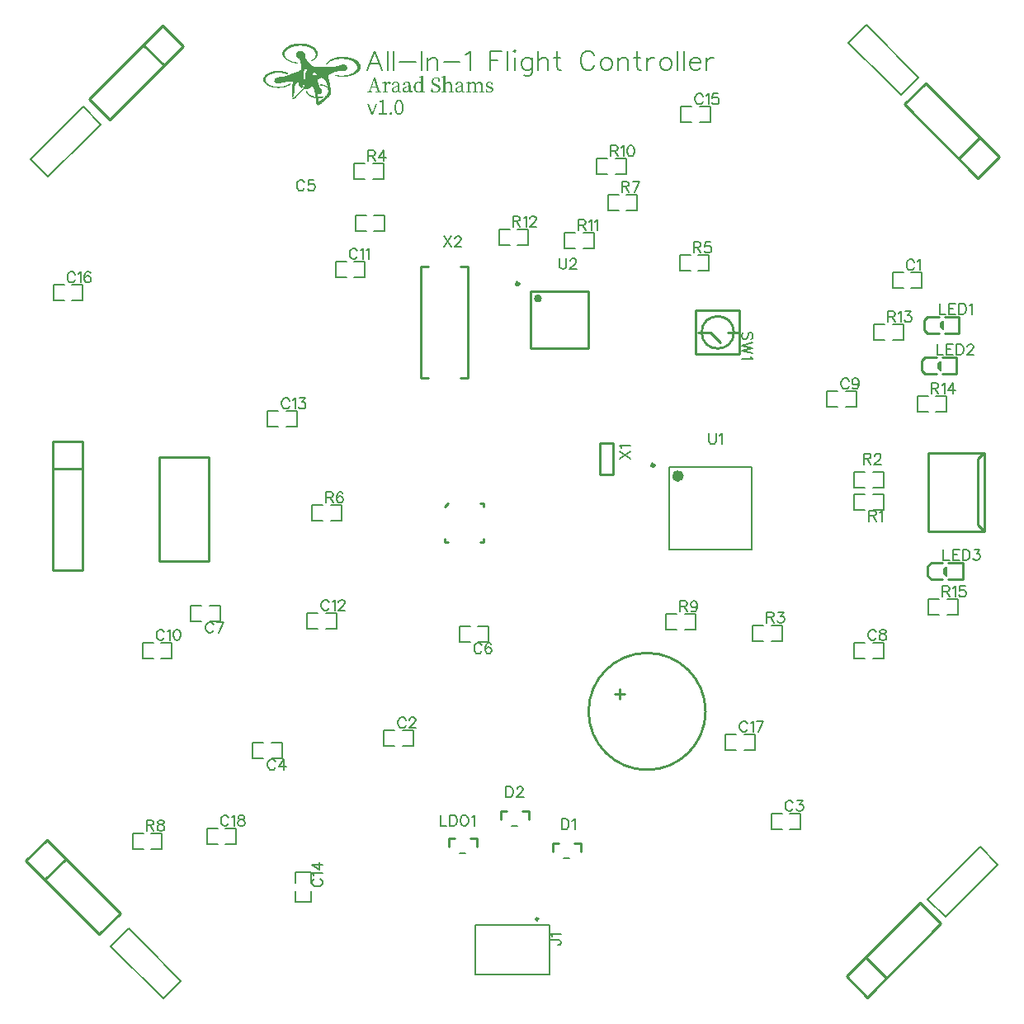
<source format=gto>
G04 Layer: TopSilkLayer*
G04 EasyEDA v6.4.5, 2020-09-10T17:23:05--4:00*
G04 1c95f6ef93c34f1eadd188c2f50e5772,ebf70693e8d24e819ce4a1bff5f43d4f,10*
G04 Gerber Generator version 0.2*
G04 Scale: 100 percent, Rotated: No, Reflected: No *
G04 Dimensions in millimeters *
G04 leading zeros omitted , absolute positions ,3 integer and 3 decimal *
%FSLAX33Y33*%
%MOMM*%
G90*
G71D02*

%ADD10C,0.254000*%
%ADD39C,0.200000*%
%ADD40C,0.203200*%
%ADD41C,0.202999*%
%ADD42C,0.150114*%
%ADD43C,0.299999*%
%ADD44C,0.399999*%
%ADD45C,0.599999*%
%ADD46C,0.152400*%

%LPD*%

%LPD*%
G36*
G01X31471Y101356D02*
G01X31405Y101356D01*
G01X31340Y101355D01*
G01X31276Y101353D01*
G01X31212Y101350D01*
G01X31088Y101340D01*
G01X31028Y101332D01*
G01X30969Y101324D01*
G01X30912Y101314D01*
G01X30856Y101303D01*
G01X30783Y101288D01*
G01X30718Y101273D01*
G01X30660Y101260D01*
G01X30608Y101247D01*
G01X30562Y101233D01*
G01X30518Y101219D01*
G01X30475Y101204D01*
G01X30433Y101188D01*
G01X30390Y101169D01*
G01X30343Y101149D01*
G01X30293Y101125D01*
G01X30238Y101098D01*
G01X30170Y101062D01*
G01X30105Y101024D01*
G01X30043Y100983D01*
G01X29984Y100940D01*
G01X29929Y100895D01*
G01X29877Y100848D01*
G01X29830Y100800D01*
G01X29786Y100750D01*
G01X29747Y100699D01*
G01X29712Y100648D01*
G01X29682Y100597D01*
G01X29657Y100545D01*
G01X29637Y100493D01*
G01X29623Y100442D01*
G01X29614Y100392D01*
G01X29611Y100342D01*
G01X29614Y100287D01*
G01X29623Y100233D01*
G01X29637Y100178D01*
G01X29656Y100124D01*
G01X29681Y100071D01*
G01X29711Y100017D01*
G01X29745Y99965D01*
G01X29785Y99914D01*
G01X29829Y99863D01*
G01X29878Y99814D01*
G01X29931Y99766D01*
G01X29989Y99721D01*
G01X30050Y99676D01*
G01X30115Y99634D01*
G01X30185Y99594D01*
G01X30257Y99556D01*
G01X30332Y99521D01*
G01X30401Y99489D01*
G01X30466Y99461D01*
G01X30527Y99436D01*
G01X30586Y99414D01*
G01X30643Y99395D01*
G01X30697Y99379D01*
G01X30752Y99365D01*
G01X30807Y99354D01*
G01X30862Y99344D01*
G01X30918Y99336D01*
G01X30978Y99330D01*
G01X31076Y99322D01*
G01X31135Y99323D01*
G01X31165Y99333D01*
G01X31172Y99354D01*
G01X31156Y99377D01*
G01X31105Y99401D01*
G01X31014Y99428D01*
G01X30880Y99459D01*
G01X30800Y99478D01*
G01X30723Y99498D01*
G01X30650Y99520D01*
G01X30579Y99543D01*
G01X30510Y99569D01*
G01X30445Y99596D01*
G01X30382Y99623D01*
G01X30323Y99653D01*
G01X30268Y99684D01*
G01X30215Y99717D01*
G01X30165Y99751D01*
G01X30120Y99786D01*
G01X30077Y99822D01*
G01X30038Y99859D01*
G01X30002Y99897D01*
G01X29970Y99936D01*
G01X29942Y99976D01*
G01X29918Y100016D01*
G01X29897Y100058D01*
G01X29881Y100099D01*
G01X29868Y100142D01*
G01X29859Y100185D01*
G01X29855Y100229D01*
G01X29854Y100273D01*
G01X29858Y100317D01*
G01X29865Y100362D01*
G01X29878Y100407D01*
G01X29894Y100452D01*
G01X29912Y100490D01*
G01X29933Y100527D01*
G01X29957Y100563D01*
G01X29984Y100598D01*
G01X30014Y100633D01*
G01X30047Y100667D01*
G01X30083Y100700D01*
G01X30121Y100732D01*
G01X30162Y100764D01*
G01X30206Y100794D01*
G01X30251Y100823D01*
G01X30299Y100851D01*
G01X30349Y100879D01*
G01X30401Y100905D01*
G01X30455Y100929D01*
G01X30511Y100952D01*
G01X30568Y100975D01*
G01X30627Y100996D01*
G01X30688Y101015D01*
G01X30750Y101033D01*
G01X30813Y101049D01*
G01X30877Y101065D01*
G01X30942Y101078D01*
G01X31009Y101090D01*
G01X31076Y101100D01*
G01X31143Y101108D01*
G01X31212Y101115D01*
G01X31281Y101121D01*
G01X31350Y101124D01*
G01X31419Y101125D01*
G01X31489Y101125D01*
G01X31559Y101122D01*
G01X31634Y101118D01*
G01X31707Y101111D01*
G01X31778Y101103D01*
G01X31849Y101094D01*
G01X31918Y101083D01*
G01X31986Y101071D01*
G01X32052Y101057D01*
G01X32116Y101041D01*
G01X32179Y101024D01*
G01X32240Y101006D01*
G01X32300Y100986D01*
G01X32357Y100966D01*
G01X32412Y100944D01*
G01X32466Y100920D01*
G01X32518Y100896D01*
G01X32567Y100870D01*
G01X32614Y100844D01*
G01X32659Y100816D01*
G01X32702Y100787D01*
G01X32743Y100757D01*
G01X32781Y100726D01*
G01X32817Y100695D01*
G01X32850Y100662D01*
G01X32881Y100629D01*
G01X32909Y100595D01*
G01X32934Y100560D01*
G01X32957Y100524D01*
G01X32977Y100488D01*
G01X32994Y100451D01*
G01X33008Y100413D01*
G01X33019Y100375D01*
G01X33028Y100336D01*
G01X33033Y100297D01*
G01X33034Y100257D01*
G01X33033Y100217D01*
G01X33029Y100177D01*
G01X33016Y100113D01*
G01X32999Y100055D01*
G01X32975Y100001D01*
G01X32944Y99950D01*
G01X32906Y99902D01*
G01X32860Y99855D01*
G01X32806Y99808D01*
G01X32742Y99761D01*
G01X32641Y99684D01*
G01X32591Y99627D01*
G01X32590Y99591D01*
G01X32640Y99579D01*
G01X32676Y99584D01*
G01X32717Y99601D01*
G01X32764Y99626D01*
G01X32816Y99660D01*
G01X32870Y99699D01*
G01X32924Y99744D01*
G01X32979Y99794D01*
G01X33032Y99845D01*
G01X33080Y99898D01*
G01X33125Y99952D01*
G01X33162Y100003D01*
G01X33191Y100053D01*
G01X33217Y100113D01*
G01X33235Y100180D01*
G01X33247Y100251D01*
G01X33252Y100325D01*
G01X33249Y100398D01*
G01X33239Y100469D01*
G01X33222Y100537D01*
G01X33198Y100599D01*
G01X33173Y100645D01*
G01X33143Y100691D01*
G01X33108Y100737D01*
G01X33069Y100782D01*
G01X33025Y100827D01*
G01X32977Y100872D01*
G01X32925Y100915D01*
G01X32870Y100957D01*
G01X32811Y100998D01*
G01X32749Y101037D01*
G01X32685Y101075D01*
G01X32619Y101110D01*
G01X32551Y101143D01*
G01X32480Y101174D01*
G01X32408Y101202D01*
G01X32335Y101228D01*
G01X32282Y101244D01*
G01X32226Y101260D01*
G01X32169Y101274D01*
G01X32110Y101287D01*
G01X32050Y101299D01*
G01X31988Y101310D01*
G01X31925Y101320D01*
G01X31862Y101328D01*
G01X31798Y101336D01*
G01X31733Y101342D01*
G01X31667Y101347D01*
G01X31602Y101351D01*
G01X31536Y101354D01*
G01X31471Y101356D01*
G37*

%LPD*%
G36*
G01X35875Y100004D02*
G01X35813Y100004D01*
G01X35752Y100003D01*
G01X35689Y100001D01*
G01X35627Y99997D01*
G01X35564Y99991D01*
G01X35499Y99984D01*
G01X35433Y99975D01*
G01X35366Y99964D01*
G01X35296Y99952D01*
G01X35223Y99938D01*
G01X35153Y99924D01*
G01X35086Y99909D01*
G01X35023Y99893D01*
G01X34963Y99877D01*
G01X34905Y99861D01*
G01X34850Y99843D01*
G01X34798Y99824D01*
G01X34747Y99805D01*
G01X34698Y99784D01*
G01X34651Y99762D01*
G01X34606Y99738D01*
G01X34561Y99713D01*
G01X34518Y99687D01*
G01X34475Y99659D01*
G01X34433Y99629D01*
G01X34391Y99597D01*
G01X34349Y99564D01*
G01X34307Y99528D01*
G01X34265Y99490D01*
G01X34193Y99420D01*
G01X34143Y99362D01*
G01X34113Y99314D01*
G01X34104Y99274D01*
G01X34111Y99221D01*
G01X34141Y99214D01*
G01X34200Y99254D01*
G01X34299Y99346D01*
G01X34341Y99385D01*
G01X34386Y99422D01*
G01X34435Y99458D01*
G01X34488Y99492D01*
G01X34542Y99526D01*
G01X34601Y99557D01*
G01X34662Y99587D01*
G01X34726Y99616D01*
G01X34793Y99642D01*
G01X34862Y99667D01*
G01X34934Y99690D01*
G01X35009Y99711D01*
G01X35050Y99722D01*
G01X35096Y99730D01*
G01X35146Y99738D01*
G01X35201Y99745D01*
G01X35259Y99752D01*
G01X35320Y99757D01*
G01X35383Y99762D01*
G01X35449Y99765D01*
G01X35516Y99767D01*
G01X35585Y99769D01*
G01X35654Y99770D01*
G01X35725Y99770D01*
G01X35794Y99769D01*
G01X35864Y99767D01*
G01X35932Y99764D01*
G01X35999Y99761D01*
G01X36064Y99756D01*
G01X36127Y99750D01*
G01X36187Y99744D01*
G01X36244Y99737D01*
G01X36297Y99729D01*
G01X36346Y99720D01*
G01X36391Y99710D01*
G01X36431Y99700D01*
G01X36504Y99677D01*
G01X36574Y99653D01*
G01X36640Y99629D01*
G01X36703Y99603D01*
G01X36763Y99576D01*
G01X36819Y99547D01*
G01X36872Y99518D01*
G01X36921Y99487D01*
G01X36968Y99455D01*
G01X37011Y99422D01*
G01X37051Y99387D01*
G01X37089Y99351D01*
G01X37123Y99314D01*
G01X37155Y99275D01*
G01X37183Y99234D01*
G01X37209Y99193D01*
G01X37245Y99123D01*
G01X37271Y99057D01*
G01X37287Y98994D01*
G01X37291Y98931D01*
G01X37286Y98869D01*
G01X37270Y98805D01*
G01X37244Y98739D01*
G01X37207Y98668D01*
G01X37171Y98609D01*
G01X37132Y98556D01*
G01X37090Y98508D01*
G01X37042Y98464D01*
G01X36987Y98422D01*
G01X36923Y98380D01*
G01X36849Y98337D01*
G01X36761Y98292D01*
G01X36710Y98267D01*
G01X36661Y98244D01*
G01X36614Y98223D01*
G01X36567Y98206D01*
G01X36521Y98189D01*
G01X36473Y98174D01*
G01X36423Y98160D01*
G01X36370Y98147D01*
G01X36312Y98135D01*
G01X36248Y98123D01*
G01X36178Y98111D01*
G01X36100Y98098D01*
G01X36022Y98086D01*
G01X35950Y98076D01*
G01X35883Y98069D01*
G01X35819Y98063D01*
G01X35758Y98060D01*
G01X35699Y98059D01*
G01X35641Y98060D01*
G01X35582Y98063D01*
G01X35522Y98069D01*
G01X35460Y98077D01*
G01X35394Y98086D01*
G01X35325Y98098D01*
G01X35153Y98128D01*
G01X35062Y98138D01*
G01X35029Y98126D01*
G01X35028Y98095D01*
G01X35038Y98074D01*
G01X35058Y98054D01*
G01X35088Y98036D01*
G01X35129Y98020D01*
G01X35179Y98006D01*
G01X35240Y97994D01*
G01X35312Y97984D01*
G01X35392Y97975D01*
G01X35483Y97968D01*
G01X35583Y97964D01*
G01X35694Y97961D01*
G01X35813Y97960D01*
G01X35908Y97961D01*
G01X35991Y97962D01*
G01X36065Y97963D01*
G01X36130Y97966D01*
G01X36189Y97969D01*
G01X36244Y97975D01*
G01X36295Y97981D01*
G01X36344Y97988D01*
G01X36394Y97997D01*
G01X36445Y98009D01*
G01X36500Y98022D01*
G01X36560Y98038D01*
G01X36628Y98056D01*
G01X36693Y98075D01*
G01X36755Y98095D01*
G01X36814Y98115D01*
G01X36871Y98136D01*
G01X36925Y98158D01*
G01X36977Y98181D01*
G01X37027Y98204D01*
G01X37121Y98254D01*
G01X37165Y98281D01*
G01X37207Y98309D01*
G01X37249Y98339D01*
G01X37289Y98369D01*
G01X37328Y98401D01*
G01X37366Y98435D01*
G01X37415Y98482D01*
G01X37458Y98526D01*
G01X37496Y98568D01*
G01X37529Y98610D01*
G01X37557Y98651D01*
G01X37580Y98693D01*
G01X37599Y98735D01*
G01X37614Y98778D01*
G01X37625Y98823D01*
G01X37632Y98871D01*
G01X37637Y98921D01*
G01X37638Y98975D01*
G01X37635Y99053D01*
G01X37625Y99123D01*
G01X37609Y99189D01*
G01X37584Y99251D01*
G01X37550Y99311D01*
G01X37507Y99370D01*
G01X37454Y99431D01*
G01X37389Y99495D01*
G01X37349Y99532D01*
G01X37308Y99566D01*
G01X37268Y99599D01*
G01X37226Y99630D01*
G01X37184Y99660D01*
G01X37141Y99687D01*
G01X37097Y99713D01*
G01X37051Y99738D01*
G01X37004Y99762D01*
G01X36955Y99784D01*
G01X36905Y99805D01*
G01X36852Y99825D01*
G01X36797Y99844D01*
G01X36740Y99862D01*
G01X36680Y99879D01*
G01X36617Y99895D01*
G01X36551Y99911D01*
G01X36482Y99926D01*
G01X36410Y99940D01*
G01X36334Y99954D01*
G01X36264Y99966D01*
G01X36195Y99977D01*
G01X36129Y99985D01*
G01X36064Y99992D01*
G01X36000Y99998D01*
G01X35937Y100001D01*
G01X35875Y100004D01*
G37*

%LPD*%
G36*
G01X29192Y98541D02*
G01X29127Y98541D01*
G01X29062Y98539D01*
G01X28998Y98537D01*
G01X28935Y98532D01*
G01X28873Y98527D01*
G01X28813Y98519D01*
G01X28755Y98510D01*
G01X28698Y98500D01*
G01X28644Y98489D01*
G01X28563Y98469D01*
G01X28486Y98447D01*
G01X28411Y98424D01*
G01X28340Y98399D01*
G01X28272Y98372D01*
G01X28208Y98344D01*
G01X28147Y98315D01*
G01X28089Y98284D01*
G01X28035Y98251D01*
G01X27984Y98217D01*
G01X27936Y98182D01*
G01X27892Y98144D01*
G01X27852Y98106D01*
G01X27814Y98065D01*
G01X27780Y98024D01*
G01X27750Y97981D01*
G01X27723Y97936D01*
G01X27699Y97890D01*
G01X27679Y97843D01*
G01X27663Y97794D01*
G01X27651Y97746D01*
G01X27646Y97698D01*
G01X27646Y97649D01*
G01X27652Y97600D01*
G01X27664Y97551D01*
G01X27680Y97503D01*
G01X27702Y97454D01*
G01X27729Y97407D01*
G01X27761Y97359D01*
G01X27798Y97313D01*
G01X27839Y97268D01*
G01X27885Y97224D01*
G01X27935Y97181D01*
G01X27989Y97140D01*
G01X28047Y97100D01*
G01X28110Y97062D01*
G01X28175Y97027D01*
G01X28245Y96993D01*
G01X28318Y96962D01*
G01X28394Y96933D01*
G01X28449Y96914D01*
G01X28505Y96897D01*
G01X28562Y96881D01*
G01X28619Y96867D01*
G01X28677Y96854D01*
G01X28734Y96842D01*
G01X28792Y96832D01*
G01X28851Y96823D01*
G01X28910Y96815D01*
G01X28969Y96809D01*
G01X29087Y96801D01*
G01X29146Y96799D01*
G01X29265Y96799D01*
G01X29324Y96801D01*
G01X29384Y96805D01*
G01X29443Y96810D01*
G01X29502Y96816D01*
G01X29560Y96823D01*
G01X29618Y96832D01*
G01X29676Y96842D01*
G01X29734Y96854D01*
G01X29791Y96867D01*
G01X29848Y96881D01*
G01X29904Y96897D01*
G01X29960Y96914D01*
G01X30015Y96932D01*
G01X30069Y96952D01*
G01X30122Y96973D01*
G01X30175Y96995D01*
G01X30227Y97018D01*
G01X30290Y97050D01*
G01X30344Y97081D01*
G01X30389Y97112D01*
G01X30424Y97141D01*
G01X30448Y97168D01*
G01X30463Y97193D01*
G01X30465Y97215D01*
G01X30455Y97233D01*
G01X30435Y97245D01*
G01X30409Y97246D01*
G01X30376Y97235D01*
G01X30331Y97211D01*
G01X30274Y97178D01*
G01X30218Y97148D01*
G01X30165Y97120D01*
G01X30113Y97094D01*
G01X30061Y97070D01*
G01X30011Y97049D01*
G01X29960Y97029D01*
G01X29910Y97011D01*
G01X29810Y96981D01*
G01X29759Y96969D01*
G01X29653Y96949D01*
G01X29598Y96942D01*
G01X29541Y96936D01*
G01X29482Y96931D01*
G01X29420Y96927D01*
G01X29356Y96925D01*
G01X29289Y96923D01*
G01X29219Y96923D01*
G01X29127Y96924D01*
G01X29044Y96927D01*
G01X28970Y96931D01*
G01X28902Y96936D01*
G01X28842Y96943D01*
G01X28786Y96952D01*
G01X28734Y96963D01*
G01X28687Y96976D01*
G01X28605Y97002D01*
G01X28528Y97029D01*
G01X28455Y97058D01*
G01X28385Y97089D01*
G01X28321Y97120D01*
G01X28262Y97154D01*
G01X28206Y97188D01*
G01X28155Y97224D01*
G01X28109Y97261D01*
G01X28067Y97299D01*
G01X28030Y97339D01*
G01X27998Y97380D01*
G01X27970Y97421D01*
G01X27948Y97464D01*
G01X27930Y97508D01*
G01X27917Y97553D01*
G01X27909Y97599D01*
G01X27906Y97645D01*
G01X27908Y97693D01*
G01X27916Y97741D01*
G01X27928Y97781D01*
G01X27948Y97824D01*
G01X27975Y97867D01*
G01X28009Y97912D01*
G01X28048Y97956D01*
G01X28093Y97999D01*
G01X28142Y98041D01*
G01X28194Y98081D01*
G01X28250Y98118D01*
G01X28308Y98152D01*
G01X28368Y98182D01*
G01X28428Y98208D01*
G01X28494Y98232D01*
G01X28558Y98254D01*
G01X28621Y98274D01*
G01X28684Y98292D01*
G01X28746Y98308D01*
G01X28807Y98323D01*
G01X28868Y98335D01*
G01X28929Y98346D01*
G01X28989Y98355D01*
G01X29049Y98361D01*
G01X29110Y98366D01*
G01X29171Y98368D01*
G01X29232Y98369D01*
G01X29294Y98368D01*
G01X29357Y98365D01*
G01X29420Y98361D01*
G01X29484Y98354D01*
G01X29550Y98345D01*
G01X29616Y98335D01*
G01X29684Y98323D01*
G01X29753Y98308D01*
G01X29824Y98292D01*
G01X29896Y98274D01*
G01X29970Y98254D01*
G01X30040Y98237D01*
G01X30088Y98232D01*
G01X30122Y98238D01*
G01X30150Y98255D01*
G01X30186Y98293D01*
G01X30190Y98325D01*
G01X30160Y98356D01*
G01X30095Y98388D01*
G01X30048Y98406D01*
G01X29997Y98424D01*
G01X29944Y98440D01*
G01X29889Y98456D01*
G01X29831Y98470D01*
G01X29772Y98483D01*
G01X29711Y98494D01*
G01X29649Y98505D01*
G01X29585Y98514D01*
G01X29521Y98522D01*
G01X29456Y98528D01*
G01X29390Y98534D01*
G01X29258Y98540D01*
G01X29192Y98541D01*
G37*

%LPD*%
G36*
G01X32165Y96455D02*
G01X32120Y96478D01*
G01X32081Y96463D01*
G01X32063Y96409D01*
G01X32066Y96373D01*
G01X32076Y96336D01*
G01X32090Y96298D01*
G01X32111Y96259D01*
G01X32136Y96219D01*
G01X32165Y96180D01*
G01X32200Y96140D01*
G01X32238Y96102D01*
G01X32280Y96063D01*
G01X32326Y96027D01*
G01X32374Y95991D01*
G01X32425Y95958D01*
G01X32479Y95926D01*
G01X32535Y95897D01*
G01X32592Y95870D01*
G01X32651Y95847D01*
G01X32734Y95818D01*
G01X32805Y95795D01*
G01X32862Y95780D01*
G01X32907Y95772D01*
G01X32941Y95772D01*
G01X32965Y95778D01*
G01X32978Y95791D01*
G01X32983Y95811D01*
G01X32973Y95860D01*
G01X32936Y95898D01*
G01X32861Y95933D01*
G01X32739Y95971D01*
G01X32663Y95994D01*
G01X32593Y96020D01*
G01X32528Y96048D01*
G01X32469Y96078D01*
G01X32415Y96110D01*
G01X32368Y96144D01*
G01X32325Y96181D01*
G01X32288Y96219D01*
G01X32256Y96261D01*
G01X32231Y96304D01*
G01X32211Y96349D01*
G01X32196Y96396D01*
G01X32165Y96455D01*
G37*

%LPD*%
G36*
G01X31441Y100599D02*
G01X31386Y100599D01*
G01X31337Y100593D01*
G01X31297Y100580D01*
G01X31247Y100552D01*
G01X31193Y100515D01*
G01X31143Y100472D01*
G01X31083Y100411D01*
G01X31049Y100361D01*
G01X31033Y100308D01*
G01X31029Y100241D01*
G01X31032Y100186D01*
G01X31040Y100136D01*
G01X31055Y100089D01*
G01X31077Y100045D01*
G01X31106Y100001D01*
G01X31144Y99958D01*
G01X31191Y99915D01*
G01X31247Y99870D01*
G01X31280Y99843D01*
G01X31310Y99814D01*
G01X31336Y99782D01*
G01X31361Y99746D01*
G01X31384Y99705D01*
G01X31406Y99658D01*
G01X31426Y99604D01*
G01X31447Y99542D01*
G01X31466Y99472D01*
G01X31487Y99390D01*
G01X31508Y99298D01*
G01X31530Y99194D01*
G01X31542Y99137D01*
G01X31552Y99083D01*
G01X31561Y99034D01*
G01X31569Y98988D01*
G01X31575Y98945D01*
G01X31578Y98905D01*
G01X31579Y98868D01*
G01X31578Y98833D01*
G01X31573Y98800D01*
G01X31566Y98769D01*
G01X31554Y98740D01*
G01X31540Y98712D01*
G01X31521Y98685D01*
G01X31498Y98660D01*
G01X31471Y98634D01*
G01X31439Y98610D01*
G01X31401Y98585D01*
G01X31359Y98560D01*
G01X31312Y98535D01*
G01X31259Y98509D01*
G01X31199Y98483D01*
G01X31134Y98455D01*
G01X31062Y98426D01*
G01X30984Y98395D01*
G01X30899Y98362D01*
G01X30806Y98327D01*
G01X30706Y98289D01*
G01X30598Y98249D01*
G01X30480Y98206D01*
G01X30374Y98167D01*
G01X30278Y98131D01*
G01X30192Y98100D01*
G01X30114Y98072D01*
G01X30044Y98047D01*
G01X29980Y98025D01*
G01X29923Y98007D01*
G01X29870Y97990D01*
G01X29823Y97976D01*
G01X29778Y97964D01*
G01X29737Y97954D01*
G01X29697Y97946D01*
G01X29659Y97939D01*
G01X29620Y97933D01*
G01X29582Y97929D01*
G01X29542Y97925D01*
G01X29500Y97921D01*
G01X29454Y97918D01*
G01X29405Y97915D01*
G01X29320Y97908D01*
G01X29243Y97900D01*
G01X29174Y97891D01*
G01X29112Y97880D01*
G01X29057Y97866D01*
G01X29008Y97851D01*
G01X28966Y97834D01*
G01X28929Y97814D01*
G01X28897Y97792D01*
G01X28870Y97767D01*
G01X28848Y97739D01*
G01X28829Y97708D01*
G01X28808Y97658D01*
G01X28795Y97609D01*
G01X28790Y97561D01*
G01X28794Y97515D01*
G01X28804Y97471D01*
G01X28821Y97430D01*
G01X28845Y97391D01*
G01X28874Y97356D01*
G01X28908Y97324D01*
G01X28947Y97295D01*
G01X28990Y97271D01*
G01X29036Y97252D01*
G01X29086Y97237D01*
G01X29138Y97228D01*
G01X29192Y97224D01*
G01X29247Y97225D01*
G01X29303Y97233D01*
G01X29359Y97248D01*
G01X29416Y97269D01*
G01X29472Y97298D01*
G01X29510Y97319D01*
G01X29549Y97336D01*
G01X29589Y97351D01*
G01X29634Y97363D01*
G01X29685Y97373D01*
G01X29746Y97381D01*
G01X29819Y97389D01*
G01X29905Y97396D01*
G01X29971Y97401D01*
G01X30043Y97407D01*
G01X30118Y97412D01*
G01X30194Y97418D01*
G01X30269Y97424D01*
G01X30340Y97429D01*
G01X30405Y97435D01*
G01X30461Y97440D01*
G01X30557Y97447D01*
G01X30628Y97449D01*
G01X30676Y97445D01*
G01X30703Y97429D01*
G01X30712Y97402D01*
G01X30704Y97359D01*
G01X30684Y97298D01*
G01X30651Y97216D01*
G01X30638Y97183D01*
G01X30627Y97151D01*
G01X30618Y97117D01*
G01X30611Y97080D01*
G01X30604Y97038D01*
G01X30598Y96990D01*
G01X30594Y96934D01*
G01X30591Y96867D01*
G01X30588Y96789D01*
G01X30585Y96697D01*
G01X30583Y96590D01*
G01X30581Y96466D01*
G01X30580Y96349D01*
G01X30579Y96246D01*
G01X30579Y96156D01*
G01X30580Y96079D01*
G01X30582Y96014D01*
G01X30586Y95960D01*
G01X30591Y95917D01*
G01X30598Y95884D01*
G01X30607Y95861D01*
G01X30618Y95847D01*
G01X30631Y95841D01*
G01X30647Y95842D01*
G01X30665Y95851D01*
G01X30687Y95866D01*
G01X30711Y95887D01*
G01X30739Y95912D01*
G01X30765Y95938D01*
G01X30785Y95964D01*
G01X30800Y95995D01*
G01X30811Y96038D01*
G01X30819Y96098D01*
G01X30825Y96183D01*
G01X30830Y96297D01*
G01X30837Y96447D01*
G01X30841Y96540D01*
G01X30846Y96625D01*
G01X30851Y96702D01*
G01X30858Y96772D01*
G01X30866Y96836D01*
G01X30875Y96894D01*
G01X30885Y96946D01*
G01X30897Y96995D01*
G01X30911Y97039D01*
G01X30927Y97079D01*
G01X30945Y97117D01*
G01X30965Y97152D01*
G01X30987Y97185D01*
G01X31013Y97217D01*
G01X31041Y97249D01*
G01X31072Y97280D01*
G01X31114Y97317D01*
G01X31150Y97342D01*
G01X31181Y97354D01*
G01X31209Y97353D01*
G01X31232Y97339D01*
G01X31253Y97312D01*
G01X31272Y97271D01*
G01X31289Y97217D01*
G01X31317Y97126D01*
G01X31351Y97043D01*
G01X31389Y96971D01*
G01X31430Y96909D01*
G01X31475Y96859D01*
G01X31521Y96822D01*
G01X31569Y96799D01*
G01X31616Y96791D01*
G01X31638Y96800D01*
G01X31663Y96823D01*
G01X31690Y96857D01*
G01X31715Y96899D01*
G01X31726Y96923D01*
G01X31736Y96949D01*
G01X31744Y96978D01*
G01X31751Y97013D01*
G01X31758Y97056D01*
G01X31763Y97107D01*
G01X31767Y97170D01*
G01X31770Y97245D01*
G01X31773Y97335D01*
G01X31776Y97441D01*
G01X31779Y97566D01*
G01X31781Y97711D01*
G01X31784Y97864D01*
G01X31787Y97994D01*
G01X31789Y98104D01*
G01X31793Y98196D01*
G01X31796Y98271D01*
G01X31801Y98334D01*
G01X31807Y98385D01*
G01X31814Y98429D01*
G01X31823Y98466D01*
G01X31833Y98500D01*
G01X31845Y98532D01*
G01X31860Y98567D01*
G01X31915Y98669D01*
G01X31970Y98735D01*
G01X32029Y98764D01*
G01X32093Y98759D01*
G01X32137Y98727D01*
G01X32147Y98670D01*
G01X32123Y98593D01*
G01X32067Y98499D01*
G01X32034Y98450D01*
G01X32003Y98398D01*
G01X31979Y98351D01*
G01X31964Y98314D01*
G01X31960Y98299D01*
G01X31957Y98273D01*
G01X31954Y98237D01*
G01X31950Y98193D01*
G01X31947Y98141D01*
G01X31942Y98081D01*
G01X31939Y98016D01*
G01X31935Y97945D01*
G01X31932Y97869D01*
G01X31929Y97789D01*
G01X31926Y97707D01*
G01X31923Y97622D01*
G01X31905Y97002D01*
G01X31820Y96889D01*
G01X31794Y96856D01*
G01X31761Y96817D01*
G01X31723Y96773D01*
G01X31678Y96724D01*
G01X31630Y96672D01*
G01X31577Y96616D01*
G01X31521Y96557D01*
G01X31463Y96496D01*
G01X31402Y96434D01*
G01X31340Y96372D01*
G01X31278Y96309D01*
G01X31215Y96247D01*
G01X31153Y96186D01*
G01X31092Y96128D01*
G01X31033Y96072D01*
G01X30977Y96018D01*
G01X30924Y95969D01*
G01X30875Y95924D01*
G01X30830Y95885D01*
G01X30791Y95851D01*
G01X30757Y95823D01*
G01X30730Y95803D01*
G01X30710Y95790D01*
G01X30698Y95786D01*
G01X30647Y95780D01*
G01X30619Y95765D01*
G01X30613Y95737D01*
G01X30628Y95696D01*
G01X30647Y95672D01*
G01X30673Y95656D01*
G01X30708Y95645D01*
G01X30749Y95642D01*
G01X30769Y95643D01*
G01X30790Y95648D01*
G01X30813Y95658D01*
G01X30839Y95674D01*
G01X30871Y95697D01*
G01X30908Y95728D01*
G01X30953Y95768D01*
G01X31006Y95819D01*
G01X31070Y95882D01*
G01X31144Y95957D01*
G01X31232Y96047D01*
G01X31333Y96151D01*
G01X31827Y96661D01*
G01X32026Y96652D01*
G01X32226Y96643D01*
G01X32385Y96789D01*
G01X32442Y96839D01*
G01X32490Y96878D01*
G01X32531Y96906D01*
G01X32567Y96923D01*
G01X32600Y96931D01*
G01X32632Y96930D01*
G01X32664Y96920D01*
G01X32700Y96904D01*
G01X32716Y96893D01*
G01X32732Y96878D01*
G01X32749Y96860D01*
G01X32765Y96838D01*
G01X32781Y96812D01*
G01X32797Y96783D01*
G01X32813Y96750D01*
G01X32828Y96713D01*
G01X32844Y96673D01*
G01X32859Y96630D01*
G01X32875Y96583D01*
G01X32890Y96532D01*
G01X32905Y96479D01*
G01X32919Y96422D01*
G01X32934Y96363D01*
G01X32948Y96300D01*
G01X32962Y96233D01*
G01X32976Y96164D01*
G01X32989Y96092D01*
G01X33003Y96017D01*
G01X33015Y95939D01*
G01X33028Y95859D01*
G01X33040Y95775D01*
G01X33052Y95689D01*
G01X33064Y95600D01*
G01X33075Y95509D01*
G01X33085Y95415D01*
G01X33096Y95319D01*
G01X33106Y95232D01*
G01X33119Y95162D01*
G01X33133Y95108D01*
G01X33152Y95068D01*
G01X33175Y95040D01*
G01X33205Y95022D01*
G01X33241Y95012D01*
G01X33286Y95010D01*
G01X33304Y95010D01*
G01X33323Y95012D01*
G01X33341Y95015D01*
G01X33361Y95022D01*
G01X33383Y95033D01*
G01X33409Y95047D01*
G01X33439Y95068D01*
G01X33474Y95095D01*
G01X33516Y95128D01*
G01X33566Y95169D01*
G01X33624Y95220D01*
G01X33693Y95279D01*
G01X33772Y95349D01*
G01X33863Y95429D01*
G01X33967Y95522D01*
G01X34085Y95628D01*
G01X34181Y95714D01*
G01X34265Y95791D01*
G01X34336Y95859D01*
G01X34396Y95921D01*
G01X34447Y95976D01*
G01X34489Y96026D01*
G01X34522Y96074D01*
G01X34549Y96118D01*
G01X34570Y96162D01*
G01X34586Y96207D01*
G01X34597Y96253D01*
G01X34606Y96303D01*
G01X34608Y96332D01*
G01X34608Y96371D01*
G01X34607Y96419D01*
G01X34604Y96474D01*
G01X34599Y96537D01*
G01X34592Y96605D01*
G01X34584Y96678D01*
G01X34574Y96755D01*
G01X34564Y96836D01*
G01X34552Y96918D01*
G01X34539Y97002D01*
G01X34525Y97086D01*
G01X34510Y97170D01*
G01X34495Y97252D01*
G01X34479Y97332D01*
G01X34463Y97409D01*
G01X34439Y97521D01*
G01X34417Y97621D01*
G01X34398Y97709D01*
G01X34381Y97786D01*
G01X34367Y97852D01*
G01X34355Y97908D01*
G01X34346Y97956D01*
G01X34338Y97995D01*
G01X34332Y98027D01*
G01X34327Y98051D01*
G01X34322Y98081D01*
G01X34328Y98098D01*
G01X34346Y98120D01*
G01X34376Y98145D01*
G01X34417Y98172D01*
G01X34466Y98201D01*
G01X34524Y98231D01*
G01X34587Y98262D01*
G01X34656Y98294D01*
G01X34729Y98325D01*
G01X34805Y98355D01*
G01X34882Y98383D01*
G01X34960Y98410D01*
G01X35036Y98435D01*
G01X35110Y98456D01*
G01X35180Y98473D01*
G01X35245Y98487D01*
G01X35286Y98493D01*
G01X35332Y98497D01*
G01X35382Y98501D01*
G01X35433Y98503D01*
G01X35486Y98504D01*
G01X35538Y98504D01*
G01X35587Y98502D01*
G01X35634Y98499D01*
G01X35718Y98494D01*
G01X35798Y98494D01*
G01X35871Y98499D01*
G01X35939Y98509D01*
G01X36001Y98525D01*
G01X36057Y98546D01*
G01X36106Y98571D01*
G01X36150Y98602D01*
G01X36186Y98637D01*
G01X36217Y98679D01*
G01X36241Y98724D01*
G01X36259Y98775D01*
G01X36269Y98826D01*
G01X36270Y98878D01*
G01X36265Y98929D01*
G01X36252Y98977D01*
G01X36232Y99023D01*
G01X36206Y99065D01*
G01X36175Y99101D01*
G01X36137Y99131D01*
G01X36101Y99152D01*
G01X36064Y99169D01*
G01X36025Y99182D01*
G01X35984Y99190D01*
G01X35939Y99195D01*
G01X35891Y99195D01*
G01X35839Y99191D01*
G01X35782Y99183D01*
G01X35720Y99170D01*
G01X35653Y99153D01*
G01X35579Y99132D01*
G01X35498Y99106D01*
G01X35443Y99088D01*
G01X35393Y99072D01*
G01X35348Y99058D01*
G01X35305Y99046D01*
G01X35263Y99035D01*
G01X35222Y99026D01*
G01X35178Y99018D01*
G01X35132Y99011D01*
G01X35081Y99006D01*
G01X35024Y99000D01*
G01X34960Y98996D01*
G01X34887Y98991D01*
G01X34804Y98986D01*
G01X34709Y98982D01*
G01X34601Y98977D01*
G01X34479Y98972D01*
G01X34405Y98969D01*
G01X34329Y98966D01*
G01X34251Y98963D01*
G01X34172Y98961D01*
G01X34013Y98956D01*
G01X33933Y98955D01*
G01X33856Y98953D01*
G01X33779Y98952D01*
G01X33705Y98951D01*
G01X33634Y98950D01*
G01X33445Y98950D01*
G01X33391Y98951D01*
G01X33344Y98951D01*
G01X33250Y98954D01*
G01X33165Y98958D01*
G01X33090Y98962D01*
G01X33023Y98968D01*
G01X32963Y98976D01*
G01X32907Y98987D01*
G01X32857Y99001D01*
G01X32809Y99018D01*
G01X32764Y99040D01*
G01X32720Y99066D01*
G01X32676Y99098D01*
G01X32630Y99134D01*
G01X32582Y99177D01*
G01X32531Y99226D01*
G01X32474Y99282D01*
G01X32413Y99345D01*
G01X32347Y99414D01*
G01X32288Y99477D01*
G01X32236Y99535D01*
G01X32188Y99588D01*
G01X32147Y99639D01*
G01X32110Y99686D01*
G01X32079Y99731D01*
G01X32051Y99774D01*
G01X32028Y99816D01*
G01X32009Y99857D01*
G01X31992Y99897D01*
G01X31979Y99938D01*
G01X31969Y99981D01*
G01X31961Y100024D01*
G01X31955Y100071D01*
G01X31950Y100119D01*
G01X31942Y100202D01*
G01X31930Y100272D01*
G01X31915Y100333D01*
G01X31893Y100385D01*
G01X31867Y100430D01*
G01X31834Y100470D01*
G01X31795Y100504D01*
G01X31747Y100536D01*
G01X31711Y100553D01*
G01X31666Y100568D01*
G01X31614Y100581D01*
G01X31557Y100590D01*
G01X31498Y100597D01*
G01X31441Y100599D01*
G37*

%LPC*%
G36*
G01X33662Y97872D02*
G01X33644Y97882D01*
G01X33627Y97876D01*
G01X33591Y97862D01*
G01X33543Y97841D01*
G01X33486Y97815D01*
G01X33426Y97784D01*
G01X33371Y97752D01*
G01X33322Y97718D01*
G01X33281Y97686D01*
G01X33250Y97657D01*
G01X33231Y97632D01*
G01X33226Y97613D01*
G01X33237Y97602D01*
G01X33250Y97591D01*
G01X33260Y97569D01*
G01X33267Y97539D01*
G01X33270Y97504D01*
G01X33272Y97457D01*
G01X33277Y97407D01*
G01X33286Y97354D01*
G01X33297Y97299D01*
G01X33311Y97243D01*
G01X33328Y97186D01*
G01X33347Y97128D01*
G01X33368Y97070D01*
G01X33391Y97013D01*
G01X33416Y96958D01*
G01X33442Y96905D01*
G01X33470Y96854D01*
G01X33498Y96806D01*
G01X33527Y96761D01*
G01X33557Y96721D01*
G01X33587Y96686D01*
G01X33633Y96631D01*
G01X33667Y96575D01*
G01X33691Y96521D01*
G01X33703Y96468D01*
G01X33704Y96416D01*
G01X33695Y96367D01*
G01X33673Y96320D01*
G01X33641Y96278D01*
G01X33592Y96234D01*
G01X33538Y96200D01*
G01X33482Y96175D01*
G01X33427Y96162D01*
G01X33375Y96160D01*
G01X33329Y96169D01*
G01X33293Y96190D01*
G01X33269Y96223D01*
G01X33258Y96243D01*
G01X33253Y96233D01*
G01X33253Y96191D01*
G01X33260Y96116D01*
G01X33267Y96047D01*
G01X33276Y95988D01*
G01X33284Y95944D01*
G01X33290Y95922D01*
G01X33311Y95909D01*
G01X33352Y95902D01*
G01X33411Y95902D01*
G01X33482Y95907D01*
G01X33563Y95917D01*
G01X33650Y95932D01*
G01X33739Y95952D01*
G01X33826Y95976D01*
G01X33851Y95981D01*
G01X33866Y95976D01*
G01X33871Y95958D01*
G01X33869Y95925D01*
G01X33856Y95888D01*
G01X33828Y95852D01*
G01X33788Y95819D01*
G01X33737Y95789D01*
G01X33679Y95764D01*
G01X33614Y95745D01*
G01X33545Y95733D01*
G01X33475Y95729D01*
G01X33320Y95728D01*
G01X33338Y95595D01*
G01X33345Y95540D01*
G01X33351Y95489D01*
G01X33355Y95448D01*
G01X33356Y95421D01*
G01X33366Y95421D01*
G01X33392Y95437D01*
G01X33434Y95466D01*
G01X33490Y95508D01*
G01X33558Y95561D01*
G01X33636Y95623D01*
G01X33721Y95694D01*
G01X33812Y95771D01*
G01X33898Y95844D01*
G01X33972Y95908D01*
G01X34037Y95966D01*
G01X34093Y96016D01*
G01X34141Y96060D01*
G01X34180Y96099D01*
G01X34212Y96133D01*
G01X34238Y96162D01*
G01X34257Y96188D01*
G01X34272Y96211D01*
G01X34281Y96231D01*
G01X34287Y96249D01*
G01X34296Y96303D01*
G01X34302Y96362D01*
G01X34305Y96424D01*
G01X34306Y96489D01*
G01X34304Y96557D01*
G01X34299Y96627D01*
G01X34292Y96699D01*
G01X34283Y96772D01*
G01X34272Y96845D01*
G01X34259Y96919D01*
G01X34244Y96992D01*
G01X34227Y97064D01*
G01X34209Y97135D01*
G01X34188Y97203D01*
G01X34167Y97269D01*
G01X34143Y97332D01*
G01X34118Y97391D01*
G01X34093Y97446D01*
G01X34066Y97496D01*
G01X34037Y97541D01*
G01X34000Y97587D01*
G01X33947Y97644D01*
G01X33883Y97703D01*
G01X33816Y97758D01*
G01X33754Y97806D01*
G01X33700Y97845D01*
G01X33662Y97872D01*
G37*
G36*
G01X32912Y98363D02*
G01X32868Y98365D01*
G01X32829Y98358D01*
G01X32798Y98341D01*
G01X32774Y98316D01*
G01X32758Y98283D01*
G01X32753Y98242D01*
G01X32765Y98192D01*
G01X32798Y98149D01*
G01X32846Y98114D01*
G01X32903Y98089D01*
G01X32964Y98076D01*
G01X33024Y98077D01*
G01X33076Y98093D01*
G01X33115Y98126D01*
G01X33136Y98178D01*
G01X33124Y98231D01*
G01X33083Y98281D01*
G01X33012Y98328D01*
G01X32961Y98350D01*
G01X32912Y98363D01*
G37*

%LPD*%
G36*
G01X33554Y97183D02*
G01X33520Y97186D01*
G01X33493Y97182D01*
G01X33474Y97172D01*
G01X33462Y97154D01*
G01X33460Y97113D01*
G01X33496Y97080D01*
G01X33578Y97052D01*
G01X33715Y97024D01*
G01X33804Y97005D01*
G01X33898Y96978D01*
G01X33986Y96948D01*
G01X34055Y96918D01*
G01X34151Y96871D01*
G01X34200Y96854D01*
G01X34216Y96865D01*
G01X34218Y96902D01*
G01X34209Y96941D01*
G01X34183Y96980D01*
G01X34142Y97017D01*
G01X34086Y97053D01*
G01X34020Y97085D01*
G01X33943Y97112D01*
G01X33858Y97134D01*
G01X33767Y97151D01*
G01X33708Y97159D01*
G01X33648Y97167D01*
G01X33594Y97175D01*
G01X33554Y97183D01*
G37*

%LPD*%
G54D10*
G01X63510Y60358D02*
G01X63510Y57159D01*
G01X62210Y57159D02*
G01X63510Y57159D01*
G01X62210Y57159D02*
G01X62210Y60358D01*
G01X63510Y60358D02*
G01X62210Y60358D01*
G54D39*
G01X79770Y41652D02*
G01X80870Y41652D01*
G01X80870Y40051D01*
G01X79770Y40051D01*
G01X78970Y41652D02*
G01X77870Y41652D01*
G01X77870Y40652D01*
G01X77870Y40051D01*
G01X78970Y40051D01*
G01X34558Y53971D02*
G01X35658Y53971D01*
G01X35658Y52370D01*
G01X34558Y52370D01*
G01X33758Y53971D02*
G01X32658Y53971D01*
G01X32658Y52971D01*
G01X32658Y52370D01*
G01X33758Y52370D01*
G01X16143Y20316D02*
G01X17243Y20316D01*
G01X17243Y18715D01*
G01X16143Y18715D01*
G01X15343Y20316D02*
G01X14243Y20316D01*
G01X14243Y19316D01*
G01X14243Y18715D01*
G01X15343Y18715D01*
G01X70880Y42795D02*
G01X71980Y42795D01*
G01X71980Y41194D01*
G01X70880Y41194D01*
G01X70080Y42795D02*
G01X68980Y42795D01*
G01X68980Y41795D01*
G01X68980Y41194D01*
G01X70080Y41194D01*
G01X89385Y53513D02*
G01X88285Y53513D01*
G01X88285Y55114D01*
G01X89385Y55114D01*
G01X90184Y53513D02*
G01X91285Y53513D01*
G01X91285Y54513D01*
G01X91285Y55114D01*
G01X90184Y55114D01*
G01X89385Y55799D02*
G01X88285Y55799D01*
G01X88285Y57400D01*
G01X89385Y57400D01*
G01X90184Y55799D02*
G01X91285Y55799D01*
G01X91285Y56799D01*
G01X91285Y57400D01*
G01X90184Y57400D01*
G01X90184Y39874D02*
G01X91284Y39874D01*
G01X91284Y38273D01*
G01X90184Y38273D01*
G01X89384Y39874D02*
G01X88284Y39874D01*
G01X88284Y38874D01*
G01X88284Y38273D01*
G01X89384Y38273D01*
G01X87390Y65655D02*
G01X88490Y65655D01*
G01X88490Y64054D01*
G01X87390Y64054D01*
G01X86590Y65655D02*
G01X85490Y65655D01*
G01X85490Y64655D01*
G01X85490Y64054D01*
G01X86590Y64054D01*
G01X48872Y39924D02*
G01X47772Y39924D01*
G01X47772Y41525D01*
G01X48872Y41525D01*
G01X49671Y39924D02*
G01X50772Y39924D01*
G01X50772Y40924D01*
G01X50772Y41525D01*
G01X49671Y41525D01*
G01X94121Y77847D02*
G01X95221Y77847D01*
G01X95221Y76246D01*
G01X94121Y76246D01*
G01X93321Y77847D02*
G01X92221Y77847D01*
G01X92221Y76847D01*
G01X92221Y76246D01*
G01X93321Y76246D01*
G01X41924Y30857D02*
G01X43024Y30857D01*
G01X43024Y29256D01*
G01X41924Y29256D01*
G01X41124Y30857D02*
G01X40024Y30857D01*
G01X40024Y29857D01*
G01X40024Y29256D01*
G01X41124Y29256D01*
G01X81675Y22348D02*
G01X82775Y22348D01*
G01X82775Y20747D01*
G01X81675Y20747D01*
G01X80875Y22348D02*
G01X79775Y22348D01*
G01X79775Y21348D01*
G01X79775Y20747D01*
G01X80875Y20747D01*
G01X27663Y27986D02*
G01X26563Y27986D01*
G01X26563Y29587D01*
G01X27663Y29587D01*
G01X28462Y27986D02*
G01X29563Y27986D01*
G01X29563Y28986D01*
G01X29563Y29587D01*
G01X28462Y29587D01*
G54D10*
G01X95942Y59329D02*
G01X101682Y59329D01*
G01X95932Y59329D02*
G01X95932Y51329D01*
G01X95932Y51329D02*
G01X101672Y51329D01*
G01X101692Y59329D02*
G01X101692Y51329D01*
G01X100982Y58719D02*
G01X100982Y51949D01*
G01X101692Y59309D02*
G01X101572Y59309D01*
G01X100982Y58719D01*
G01X101672Y51359D02*
G01X101572Y51359D01*
G01X100982Y51949D01*
G01X49906Y50148D02*
G01X50262Y50148D01*
G01X50262Y50503D01*
G01X46604Y50148D02*
G01X46249Y50148D01*
G01X46249Y50503D01*
G01X50262Y53805D02*
G01X50262Y54161D01*
G01X49906Y54161D01*
G01X46604Y54161D02*
G01X46249Y53805D01*
G54D39*
G01X38204Y82088D02*
G01X37104Y82088D01*
G01X37104Y83689D01*
G01X38204Y83689D01*
G01X39003Y82088D02*
G01X40104Y82088D01*
G01X40104Y83088D01*
G01X40104Y83689D01*
G01X39003Y83689D01*
G01X21313Y42083D02*
G01X20213Y42083D01*
G01X20213Y43684D01*
G01X21313Y43684D01*
G01X22112Y42083D02*
G01X23213Y42083D01*
G01X23213Y43083D01*
G01X23213Y43684D01*
G01X22112Y43684D01*
G01X17159Y39874D02*
G01X18259Y39874D01*
G01X18259Y38273D01*
G01X17159Y38273D01*
G01X16359Y39874D02*
G01X15259Y39874D01*
G01X15259Y38874D01*
G01X15259Y38273D01*
G01X16359Y38273D01*
G01X34050Y42922D02*
G01X35150Y42922D01*
G01X35150Y41321D01*
G01X34050Y41321D01*
G01X33250Y42922D02*
G01X32150Y42922D01*
G01X32150Y41922D01*
G01X32150Y41321D01*
G01X33250Y41321D01*
G54D40*
G01X97191Y14875D02*
G01X95844Y13528D01*
G01X97640Y11732D01*
G01X103028Y17121D01*
G01X101232Y18917D01*
G54D41*
G01X101232Y18917D02*
G01X97191Y14875D01*
G54D40*
G01X91757Y97407D02*
G01X93104Y96060D01*
G01X94900Y97856D01*
G01X89512Y103245D01*
G01X87716Y101449D01*
G54D41*
G01X87716Y101449D02*
G01X91757Y97407D01*
G54D40*
G01X15167Y9188D02*
G01X13820Y10535D01*
G01X12024Y8739D01*
G01X17412Y3350D01*
G01X19208Y5146D01*
G54D41*
G01X19208Y5146D02*
G01X15167Y9188D01*
G54D40*
G01X9606Y91719D02*
G01X10953Y93067D01*
G01X9157Y94863D01*
G01X3769Y89474D01*
G01X5565Y87678D01*
G54D41*
G01X5565Y87678D02*
G01X9606Y91719D01*
G54D10*
G01X60984Y75945D02*
G01X55084Y75945D01*
G01X55084Y70045D01*
G01X60984Y70045D01*
G01X60984Y75945D01*
G01X44573Y67028D02*
G01X43823Y67028D01*
G01X43823Y78428D01*
G01X44573Y78428D01*
G01X47873Y67028D02*
G01X48623Y67028D01*
G01X48623Y78428D01*
G01X47873Y78428D01*
G54D39*
G01X36971Y78990D02*
G01X38071Y78990D01*
G01X38071Y77389D01*
G01X36971Y77389D01*
G01X36171Y78990D02*
G01X35071Y78990D01*
G01X35071Y77990D01*
G01X35071Y77389D01*
G01X36171Y77389D01*
G01X29986Y63623D02*
G01X31086Y63623D01*
G01X31086Y62022D01*
G01X29986Y62022D01*
G01X29186Y63623D02*
G01X28086Y63623D01*
G01X28086Y62623D01*
G01X28086Y62022D01*
G01X29186Y62022D01*
G01X32545Y14417D02*
G01X32545Y13317D01*
G01X30945Y13317D01*
G01X30945Y14417D01*
G01X32545Y15217D02*
G01X32545Y16317D01*
G01X31545Y16317D01*
G01X30945Y16317D01*
G01X30945Y15217D01*
G01X72404Y94865D02*
G01X73504Y94865D01*
G01X73504Y93264D01*
G01X72404Y93264D01*
G01X71604Y94865D02*
G01X70504Y94865D01*
G01X70504Y93865D01*
G01X70504Y93264D01*
G01X71604Y93264D01*
G01X8015Y76577D02*
G01X9115Y76577D01*
G01X9115Y74976D01*
G01X8015Y74976D01*
G01X7215Y76577D02*
G01X6115Y76577D01*
G01X6115Y75577D01*
G01X6115Y74976D01*
G01X7215Y74976D01*
G01X38876Y89023D02*
G01X39976Y89023D01*
G01X39976Y87422D01*
G01X38876Y87422D01*
G01X38076Y89023D02*
G01X36976Y89023D01*
G01X36976Y88023D01*
G01X36976Y87422D01*
G01X38076Y87422D01*
G54D10*
G01X48928Y19784D02*
G01X49588Y19784D01*
G01X48928Y19784D01*
G01X49588Y19784D01*
G01X49588Y18969D01*
G01X46668Y18969D02*
G01X46668Y19784D01*
G01X47328Y19784D01*
G54D39*
G01X47828Y18235D02*
G01X48428Y18235D01*
G01X76976Y30476D02*
G01X78076Y30476D01*
G01X78076Y28875D01*
G01X76976Y28875D01*
G01X76176Y30476D02*
G01X75076Y30476D01*
G01X75076Y29476D01*
G01X75076Y28875D01*
G01X76176Y28875D01*
G01X23763Y20824D02*
G01X24863Y20824D01*
G01X24863Y19223D01*
G01X23763Y19223D01*
G01X22963Y20824D02*
G01X21863Y20824D01*
G01X21863Y19824D01*
G01X21863Y19223D01*
G01X22963Y19223D01*
G54D10*
G01X22093Y58885D02*
G01X22093Y48217D01*
G01X17013Y48217D01*
G01X17013Y58885D01*
G01X22093Y58885D01*
G54D39*
G01X72277Y79625D02*
G01X73377Y79625D01*
G01X73377Y78024D01*
G01X72277Y78024D01*
G01X71477Y79625D02*
G01X70377Y79625D01*
G01X70377Y78625D01*
G01X70377Y78024D01*
G01X71477Y78024D01*
G01X64911Y85848D02*
G01X66011Y85848D01*
G01X66011Y84247D01*
G01X64911Y84247D01*
G01X64111Y85848D02*
G01X63011Y85848D01*
G01X63011Y84848D01*
G01X63011Y84247D01*
G01X64111Y84247D01*
G01X63768Y89531D02*
G01X64868Y89531D01*
G01X64868Y87930D01*
G01X63768Y87930D01*
G01X62968Y89531D02*
G01X61868Y89531D01*
G01X61868Y88531D01*
G01X61868Y87930D01*
G01X62968Y87930D01*
G54D40*
G01X49398Y10879D02*
G01X49398Y5799D01*
G01X57018Y5799D01*
G01X57018Y10879D01*
G01X49398Y10879D01*
G01X54267Y10879D01*
G54D10*
G01X100987Y87564D02*
G01X93444Y95108D01*
G01X95599Y97263D01*
G01X103143Y89719D01*
G01X100987Y87564D01*
G01X99012Y89540D02*
G01X101167Y91695D01*
G01X19450Y101077D02*
G01X11906Y93533D01*
G01X9751Y95688D01*
G01X17294Y103232D01*
G01X19450Y101077D01*
G01X17474Y99101D02*
G01X15319Y101256D01*
G01X5429Y19666D02*
G01X12973Y12122D01*
G01X10817Y9967D01*
G01X3274Y17511D01*
G01X5429Y19666D01*
G01X7405Y17690D02*
G01X5250Y15535D01*
G01X87475Y5645D02*
G01X95018Y13189D01*
G01X97174Y11034D01*
G01X89630Y3490D01*
G01X87475Y5645D01*
G01X89451Y7621D02*
G01X91606Y5466D01*
G01X59596Y19276D02*
G01X60256Y19276D01*
G01X59596Y19276D01*
G01X60256Y19276D01*
G01X60256Y18461D01*
G01X57336Y18461D02*
G01X57336Y19276D01*
G01X57996Y19276D01*
G54D39*
G01X58496Y17727D02*
G01X59096Y17727D01*
G54D10*
G01X54262Y22578D02*
G01X54922Y22578D01*
G01X54262Y22578D01*
G01X54922Y22578D01*
G01X54922Y21763D01*
G01X52002Y21763D02*
G01X52002Y22578D01*
G01X52662Y22578D01*
G54D39*
G01X53162Y21029D02*
G01X53762Y21029D01*
G54D10*
G01X9139Y60536D02*
G01X9139Y47328D01*
G01X6091Y47328D01*
G01X6091Y60536D01*
G01X9139Y60536D01*
G01X9139Y57742D02*
G01X6091Y57742D01*
G54D39*
G01X60466Y81911D02*
G01X61566Y81911D01*
G01X61566Y80310D01*
G01X60466Y80310D01*
G01X59666Y81911D02*
G01X58566Y81911D01*
G01X58566Y80911D01*
G01X58566Y80310D01*
G01X59666Y80310D01*
G01X53735Y82292D02*
G01X54835Y82292D01*
G01X54835Y80691D01*
G01X53735Y80691D01*
G01X52935Y82292D02*
G01X51835Y82292D01*
G01X51835Y81292D01*
G01X51835Y80691D01*
G01X52935Y80691D01*
G54D10*
G01X63737Y34598D02*
G01X64753Y34598D01*
G01X64245Y35106D02*
G01X64245Y34090D01*
G54D39*
G01X92216Y72513D02*
G01X93316Y72513D01*
G01X93316Y70912D01*
G01X92216Y70912D01*
G01X91416Y72513D02*
G01X90316Y72513D01*
G01X90316Y71513D01*
G01X90316Y70912D01*
G01X91416Y70912D01*
G01X96661Y65147D02*
G01X97761Y65147D01*
G01X97761Y63546D01*
G01X96661Y63546D01*
G01X95861Y65147D02*
G01X94761Y65147D01*
G01X94761Y64147D01*
G01X94761Y63546D01*
G01X95861Y63546D01*
G54D10*
G01X99043Y73338D02*
G01X97569Y73338D01*
G01X99043Y71611D02*
G01X97569Y71611D01*
G01X99043Y71611D02*
G01X99043Y73338D01*
G01X96985Y73338D02*
G01X95817Y73338D01*
G01X96960Y71611D02*
G01X95817Y71611D01*
G01X95817Y71611D02*
G01X95461Y71966D01*
G01X95461Y72982D01*
G01X95817Y73338D01*
G54D42*
G01X97417Y72093D02*
G01X97417Y72881D01*
G01X97163Y72627D01*
G01X97163Y72271D01*
G01X97417Y72017D01*
G01X97417Y72246D01*
G01X97290Y72703D02*
G01X97290Y72195D01*
G54D10*
G01X98789Y69147D02*
G01X97315Y69147D01*
G01X98789Y67420D02*
G01X97315Y67420D01*
G01X98789Y67420D02*
G01X98789Y69147D01*
G01X96731Y69147D02*
G01X95563Y69147D01*
G01X96706Y67420D02*
G01X95563Y67420D01*
G01X95563Y67420D02*
G01X95207Y67775D01*
G01X95207Y68791D01*
G01X95563Y69147D01*
G54D42*
G01X97163Y67902D02*
G01X97163Y68690D01*
G01X96909Y68436D01*
G01X96909Y68080D01*
G01X97163Y67826D01*
G01X97163Y68055D01*
G01X97036Y68512D02*
G01X97036Y68004D01*
G54D39*
G01X97804Y44319D02*
G01X98904Y44319D01*
G01X98904Y42718D01*
G01X97804Y42718D01*
G01X97004Y44319D02*
G01X95904Y44319D01*
G01X95904Y43319D01*
G01X95904Y42718D01*
G01X97004Y42718D01*
G54D10*
G01X99424Y48065D02*
G01X97950Y48065D01*
G01X99424Y46338D02*
G01X97950Y46338D01*
G01X99424Y46338D02*
G01X99424Y48065D01*
G01X97366Y48065D02*
G01X96198Y48065D01*
G01X97341Y46338D02*
G01X96198Y46338D01*
G01X96198Y46338D02*
G01X95842Y46693D01*
G01X95842Y47709D01*
G01X96198Y48065D01*
G54D42*
G01X97798Y46820D02*
G01X97798Y47608D01*
G01X97544Y47354D01*
G01X97544Y46998D01*
G01X97798Y46744D01*
G01X97798Y46973D01*
G01X97671Y47430D02*
G01X97671Y46922D01*
G54D39*
G01X77778Y57928D02*
G01X69278Y57928D01*
G01X69278Y49428D01*
G01X77778Y49428D01*
G01X77778Y57928D01*
G54D10*
G01X72258Y71712D02*
G01X73528Y71712D01*
G01X74544Y70696D01*
G01X76322Y71712D02*
G01X75306Y71712D01*
G01X76540Y73962D02*
G01X76540Y69462D01*
G01X72040Y69462D01*
G01X72040Y73962D01*
G01X76540Y73962D01*
G54D40*
G01X39089Y100574D02*
G01X38349Y98636D01*
G01X39089Y100574D02*
G01X39828Y98636D01*
G01X38626Y99282D02*
G01X39551Y99282D01*
G01X40437Y100574D02*
G01X40437Y98636D01*
G01X41047Y100574D02*
G01X41047Y98636D01*
G01X41656Y99467D02*
G01X43318Y99467D01*
G01X43927Y100574D02*
G01X43927Y98636D01*
G01X44537Y99929D02*
G01X44537Y98636D01*
G01X44537Y99558D02*
G01X44814Y99835D01*
G01X44999Y99929D01*
G01X45276Y99929D01*
G01X45461Y99835D01*
G01X45553Y99558D01*
G01X45553Y98636D01*
G01X46162Y99467D02*
G01X47826Y99467D01*
G01X48436Y100206D02*
G01X48621Y100298D01*
G01X48898Y100574D01*
G01X48898Y98636D01*
G01X50930Y100574D02*
G01X50930Y98636D01*
G01X50930Y100574D02*
G01X52129Y100574D01*
G01X50930Y99652D02*
G01X51669Y99652D01*
G01X52738Y100574D02*
G01X52738Y98636D01*
G01X53348Y100574D02*
G01X53442Y100483D01*
G01X53533Y100574D01*
G01X53442Y100668D01*
G01X53348Y100574D01*
G01X53442Y99929D02*
G01X53442Y98636D01*
G01X55253Y99929D02*
G01X55253Y98451D01*
G01X55159Y98174D01*
G01X55068Y98083D01*
G01X54882Y97989D01*
G01X54605Y97989D01*
G01X54420Y98083D01*
G01X55253Y99652D02*
G01X55068Y99835D01*
G01X54882Y99929D01*
G01X54605Y99929D01*
G01X54420Y99835D01*
G01X54237Y99652D01*
G01X54143Y99376D01*
G01X54143Y99190D01*
G01X54237Y98913D01*
G01X54420Y98728D01*
G01X54605Y98636D01*
G01X54882Y98636D01*
G01X55068Y98728D01*
G01X55253Y98913D01*
G01X55863Y100574D02*
G01X55863Y98636D01*
G01X55863Y99558D02*
G01X56140Y99835D01*
G01X56322Y99929D01*
G01X56599Y99929D01*
G01X56785Y99835D01*
G01X56879Y99558D01*
G01X56879Y98636D01*
G01X57765Y100574D02*
G01X57765Y99005D01*
G01X57857Y98728D01*
G01X58042Y98636D01*
G01X58225Y98636D01*
G01X57488Y99929D02*
G01X58133Y99929D01*
G01X61644Y100115D02*
G01X61552Y100298D01*
G01X61367Y100483D01*
G01X61181Y100574D01*
G01X60813Y100574D01*
G01X60628Y100483D01*
G01X60442Y100298D01*
G01X60351Y100115D01*
G01X60257Y99835D01*
G01X60257Y99376D01*
G01X60351Y99099D01*
G01X60442Y98913D01*
G01X60628Y98728D01*
G01X60813Y98636D01*
G01X61181Y98636D01*
G01X61367Y98728D01*
G01X61552Y98913D01*
G01X61644Y99099D01*
G01X62716Y99929D02*
G01X62530Y99835D01*
G01X62345Y99652D01*
G01X62253Y99376D01*
G01X62253Y99190D01*
G01X62345Y98913D01*
G01X62530Y98728D01*
G01X62716Y98636D01*
G01X62992Y98636D01*
G01X63178Y98728D01*
G01X63361Y98913D01*
G01X63455Y99190D01*
G01X63455Y99376D01*
G01X63361Y99652D01*
G01X63178Y99835D01*
G01X62992Y99929D01*
G01X62716Y99929D01*
G01X64064Y99929D02*
G01X64064Y98636D01*
G01X64064Y99558D02*
G01X64341Y99835D01*
G01X64524Y99929D01*
G01X64803Y99929D01*
G01X64986Y99835D01*
G01X65080Y99558D01*
G01X65080Y98636D01*
G01X65967Y100574D02*
G01X65967Y99005D01*
G01X66058Y98728D01*
G01X66244Y98636D01*
G01X66429Y98636D01*
G01X65690Y99929D02*
G01X66335Y99929D01*
G01X67039Y99929D02*
G01X67039Y98636D01*
G01X67039Y99376D02*
G01X67130Y99652D01*
G01X67316Y99835D01*
G01X67498Y99929D01*
G01X67775Y99929D01*
G01X68847Y99929D02*
G01X68664Y99835D01*
G01X68479Y99652D01*
G01X68385Y99376D01*
G01X68385Y99190D01*
G01X68479Y98913D01*
G01X68664Y98728D01*
G01X68847Y98636D01*
G01X69124Y98636D01*
G01X69309Y98728D01*
G01X69495Y98913D01*
G01X69586Y99190D01*
G01X69586Y99376D01*
G01X69495Y99652D01*
G01X69309Y99835D01*
G01X69124Y99929D01*
G01X68847Y99929D01*
G01X70196Y100574D02*
G01X70196Y98636D01*
G01X70805Y100574D02*
G01X70805Y98636D01*
G01X71415Y99376D02*
G01X72525Y99376D01*
G01X72525Y99558D01*
G01X72431Y99744D01*
G01X72340Y99835D01*
G01X72154Y99929D01*
G01X71877Y99929D01*
G01X71692Y99835D01*
G01X71509Y99652D01*
G01X71415Y99376D01*
G01X71415Y99190D01*
G01X71509Y98913D01*
G01X71692Y98728D01*
G01X71877Y98636D01*
G01X72154Y98636D01*
G01X72340Y98728D01*
G01X72525Y98913D01*
G01X73135Y99929D02*
G01X73135Y98636D01*
G01X73135Y99376D02*
G01X73226Y99652D01*
G01X73412Y99835D01*
G01X73594Y99929D01*
G01X73871Y99929D01*

%LPD*%
G36*
G01X49250Y97437D02*
G01X49200Y97440D01*
G01X49148Y97437D01*
G01X49097Y97426D01*
G01X49046Y97409D01*
G01X48996Y97385D01*
G01X48946Y97356D01*
G01X48899Y97321D01*
G01X48854Y97282D01*
G01X48812Y97237D01*
G01X48794Y97417D01*
G01X48763Y97438D01*
G01X48448Y97316D01*
G01X48448Y97250D01*
G01X48626Y97232D01*
G01X48629Y97166D01*
G01X48631Y97099D01*
G01X48631Y96640D01*
G01X48630Y96541D01*
G01X48629Y96450D01*
G01X48464Y96424D01*
G01X48464Y96356D01*
G01X48977Y96356D01*
G01X48977Y96424D01*
G01X48822Y96450D01*
G01X48820Y96541D01*
G01X48818Y96640D01*
G01X48817Y96737D01*
G01X48817Y97153D01*
G01X48898Y97219D01*
G01X48973Y97264D01*
G01X49045Y97290D01*
G01X49119Y97298D01*
G01X49163Y97295D01*
G01X49201Y97284D01*
G01X49233Y97266D01*
G01X49258Y97239D01*
G01X49277Y97203D01*
G01X49291Y97157D01*
G01X49299Y97099D01*
G01X49302Y97029D01*
G01X49302Y96736D01*
G01X49301Y96638D01*
G01X49301Y96540D01*
G01X49299Y96450D01*
G01X49129Y96424D01*
G01X49129Y96356D01*
G01X49642Y96356D01*
G01X49642Y96424D01*
G01X49490Y96450D01*
G01X49487Y96540D01*
G01X49485Y96638D01*
G01X49485Y97036D01*
G01X49484Y97067D01*
G01X49483Y97096D01*
G01X49481Y97124D01*
G01X49477Y97151D01*
G01X49562Y97219D01*
G01X49639Y97264D01*
G01X49711Y97290D01*
G01X49782Y97298D01*
G01X49827Y97295D01*
G01X49866Y97286D01*
G01X49898Y97268D01*
G01X49925Y97242D01*
G01X49944Y97207D01*
G01X49959Y97161D01*
G01X49967Y97102D01*
G01X49970Y97031D01*
G01X49970Y96823D01*
G01X49969Y96736D01*
G01X49967Y96540D01*
G01X49965Y96450D01*
G01X49800Y96424D01*
G01X49800Y96356D01*
G01X50310Y96356D01*
G01X50310Y96424D01*
G01X50155Y96450D01*
G01X50153Y96540D01*
G01X50151Y96736D01*
G01X50150Y96823D01*
G01X50150Y97054D01*
G01X50145Y97150D01*
G01X50131Y97230D01*
G01X50108Y97297D01*
G01X50076Y97350D01*
G01X50035Y97390D01*
G01X49986Y97418D01*
G01X49930Y97435D01*
G01X49866Y97440D01*
G01X49812Y97437D01*
G01X49760Y97427D01*
G01X49707Y97412D01*
G01X49655Y97389D01*
G01X49605Y97360D01*
G01X49556Y97324D01*
G01X49509Y97282D01*
G01X49464Y97232D01*
G01X49447Y97282D01*
G01X49425Y97325D01*
G01X49399Y97361D01*
G01X49368Y97390D01*
G01X49333Y97412D01*
G01X49294Y97428D01*
G01X49250Y97437D01*
G37*

%LPD*%
G36*
G01X46335Y97986D02*
G01X46305Y98001D01*
G01X45969Y97907D01*
G01X45969Y97841D01*
G01X46150Y97824D01*
G01X46150Y96823D01*
G01X46149Y96737D01*
G01X46148Y96640D01*
G01X46147Y96541D01*
G01X46145Y96450D01*
G01X45980Y96424D01*
G01X45980Y96356D01*
G01X46490Y96356D01*
G01X46490Y96424D01*
G01X46335Y96450D01*
G01X46335Y96541D01*
G01X46334Y96640D01*
G01X46333Y96737D01*
G01X46333Y97153D01*
G01X46419Y97223D01*
G01X46499Y97269D01*
G01X46575Y97293D01*
G01X46650Y97300D01*
G01X46695Y97297D01*
G01X46733Y97287D01*
G01X46765Y97269D01*
G01X46792Y97242D01*
G01X46812Y97206D01*
G01X46826Y97159D01*
G01X46835Y97101D01*
G01X46838Y97031D01*
G01X46838Y96736D01*
G01X46837Y96638D01*
G01X46835Y96540D01*
G01X46833Y96450D01*
G01X46668Y96424D01*
G01X46668Y96356D01*
G01X47178Y96356D01*
G01X47178Y96424D01*
G01X47026Y96450D01*
G01X47024Y96540D01*
G01X47022Y96638D01*
G01X47021Y96736D01*
G01X47021Y97034D01*
G01X47016Y97135D01*
G01X47003Y97221D01*
G01X46980Y97291D01*
G01X46949Y97347D01*
G01X46909Y97389D01*
G01X46859Y97418D01*
G01X46801Y97435D01*
G01X46734Y97440D01*
G01X46680Y97436D01*
G01X46625Y97425D01*
G01X46571Y97407D01*
G01X46519Y97383D01*
G01X46467Y97352D01*
G01X46418Y97317D01*
G01X46371Y97277D01*
G01X46328Y97232D01*
G01X46328Y97669D01*
G01X46335Y97986D01*
G37*

%LPD*%
G36*
G01X40626Y97435D02*
G01X40574Y97440D01*
G01X40528Y97435D01*
G01X40482Y97421D01*
G01X40437Y97397D01*
G01X40394Y97364D01*
G01X40352Y97323D01*
G01X40314Y97273D01*
G01X40279Y97216D01*
G01X40249Y97151D01*
G01X40229Y97417D01*
G01X40198Y97438D01*
G01X39884Y97316D01*
G01X39884Y97250D01*
G01X40061Y97232D01*
G01X40064Y97166D01*
G01X40066Y97099D01*
G01X40066Y96639D01*
G01X40065Y96540D01*
G01X40064Y96450D01*
G01X39901Y96424D01*
G01X39901Y96356D01*
G01X40442Y96356D01*
G01X40442Y96424D01*
G01X40257Y96452D01*
G01X40255Y96542D01*
G01X40253Y96641D01*
G01X40252Y96737D01*
G01X40252Y96998D01*
G01X40287Y97091D01*
G01X40330Y97170D01*
G01X40382Y97237D01*
G01X40445Y97293D01*
G01X40473Y97267D01*
G01X40504Y97241D01*
G01X40537Y97221D01*
G01X40572Y97208D01*
G01X40610Y97204D01*
G01X40667Y97215D01*
G01X40707Y97246D01*
G01X40729Y97294D01*
G01X40737Y97356D01*
G01X40710Y97392D01*
G01X40672Y97418D01*
G01X40626Y97435D01*
G37*

%LPD*%
G36*
G01X39134Y97854D02*
G01X39005Y97854D01*
G01X38532Y96462D01*
G01X38349Y96432D01*
G01X38349Y96356D01*
G01X38847Y96356D01*
G01X38847Y96432D01*
G01X38629Y96462D01*
G01X38756Y96848D01*
G01X39274Y96848D01*
G01X39403Y96460D01*
G01X39182Y96432D01*
G01X39182Y96356D01*
G01X39790Y96356D01*
G01X39790Y96432D01*
G01X39614Y96452D01*
G01X39134Y97854D01*
G37*

%LPC*%
G36*
G01X39243Y96937D02*
G01X39012Y97628D01*
G01X38786Y96937D01*
G01X39243Y96937D01*
G37*

%LPD*%
G36*
G01X50972Y97434D02*
G01X50887Y97440D01*
G01X50798Y97434D01*
G01X50720Y97415D01*
G01X50653Y97386D01*
G01X50598Y97347D01*
G01X50555Y97301D01*
G01X50524Y97248D01*
G01X50505Y97191D01*
G01X50498Y97130D01*
G01X50503Y97076D01*
G01X50518Y97027D01*
G01X50541Y96984D01*
G01X50572Y96945D01*
G01X50611Y96910D01*
G01X50658Y96879D01*
G01X50711Y96852D01*
G01X50770Y96828D01*
G01X50874Y96795D01*
G01X50967Y96753D01*
G01X51031Y96709D01*
G01X51068Y96656D01*
G01X51080Y96592D01*
G01X51076Y96554D01*
G01X51065Y96519D01*
G01X51045Y96488D01*
G01X51017Y96462D01*
G01X50982Y96440D01*
G01X50939Y96425D01*
G01X50886Y96415D01*
G01X50826Y96411D01*
G01X50775Y96414D01*
G01X50727Y96421D01*
G01X50683Y96433D01*
G01X50643Y96450D01*
G01X50592Y96655D01*
G01X50488Y96655D01*
G01X50491Y96411D01*
G01X50572Y96375D01*
G01X50653Y96348D01*
G01X50735Y96333D01*
G01X50826Y96328D01*
G01X50894Y96331D01*
G01X50956Y96339D01*
G01X51013Y96353D01*
G01X51064Y96372D01*
G01X51109Y96395D01*
G01X51148Y96422D01*
G01X51181Y96452D01*
G01X51209Y96486D01*
G01X51230Y96523D01*
G01X51245Y96562D01*
G01X51255Y96602D01*
G01X51258Y96645D01*
G01X51254Y96696D01*
G01X51241Y96743D01*
G01X51219Y96788D01*
G01X51187Y96829D01*
G01X51145Y96867D01*
G01X51093Y96903D01*
G01X51029Y96935D01*
G01X50953Y96965D01*
G01X50877Y96993D01*
G01X50780Y97034D01*
G01X50715Y97076D01*
G01X50680Y97126D01*
G01X50668Y97191D01*
G01X50683Y97257D01*
G01X50724Y97309D01*
G01X50793Y97342D01*
G01X50887Y97354D01*
G01X50927Y97351D01*
G01X50967Y97343D01*
G01X51007Y97330D01*
G01X51047Y97313D01*
G01X51090Y97123D01*
G01X51189Y97123D01*
G01X51197Y97349D01*
G01X51125Y97388D01*
G01X51050Y97416D01*
G01X50972Y97434D01*
G37*

%LPD*%
G36*
G01X47867Y97438D02*
G01X47811Y97440D01*
G01X47729Y97436D01*
G01X47653Y97421D01*
G01X47585Y97398D01*
G01X47525Y97367D01*
G01X47474Y97327D01*
G01X47432Y97281D01*
G01X47401Y97226D01*
G01X47382Y97166D01*
G01X47391Y97130D01*
G01X47410Y97104D01*
G01X47440Y97088D01*
G01X47481Y97082D01*
G01X47519Y97088D01*
G01X47551Y97107D01*
G01X47575Y97139D01*
G01X47592Y97184D01*
G01X47636Y97336D01*
G01X47669Y97345D01*
G01X47701Y97351D01*
G01X47731Y97355D01*
G01X47760Y97356D01*
G01X47812Y97353D01*
G01X47857Y97344D01*
G01X47893Y97326D01*
G01X47923Y97300D01*
G01X47945Y97263D01*
G01X47961Y97215D01*
G01X47970Y97154D01*
G01X47973Y97079D01*
G01X47973Y97011D01*
G01X47906Y96995D01*
G01X47838Y96976D01*
G01X47774Y96956D01*
G01X47717Y96937D01*
G01X47618Y96899D01*
G01X47538Y96860D01*
G01X47474Y96821D01*
G01X47425Y96781D01*
G01X47390Y96739D01*
G01X47367Y96695D01*
G01X47355Y96649D01*
G01X47351Y96599D01*
G01X47357Y96537D01*
G01X47375Y96482D01*
G01X47401Y96435D01*
G01X47437Y96397D01*
G01X47481Y96367D01*
G01X47531Y96345D01*
G01X47586Y96332D01*
G01X47646Y96328D01*
G01X47693Y96330D01*
G01X47736Y96339D01*
G01X47777Y96352D01*
G01X47816Y96372D01*
G01X47855Y96397D01*
G01X47894Y96427D01*
G01X47935Y96464D01*
G01X47979Y96505D01*
G01X48001Y96433D01*
G01X48043Y96378D01*
G01X48102Y96342D01*
G01X48177Y96330D01*
G01X48233Y96336D01*
G01X48282Y96356D01*
G01X48327Y96391D01*
G01X48367Y96444D01*
G01X48326Y96488D01*
G01X48306Y96464D01*
G01X48286Y96446D01*
G01X48264Y96435D01*
G01X48238Y96432D01*
G01X48204Y96439D01*
G01X48178Y96464D01*
G01X48162Y96508D01*
G01X48156Y96574D01*
G01X48156Y97059D01*
G01X48154Y97125D01*
G01X48147Y97184D01*
G01X48135Y97235D01*
G01X48119Y97281D01*
G01X48097Y97320D01*
G01X48071Y97353D01*
G01X48040Y97381D01*
G01X48004Y97403D01*
G01X47963Y97420D01*
G01X47918Y97431D01*
G01X47867Y97438D01*
G37*

%LPC*%
G36*
G01X47973Y96587D02*
G01X47973Y96940D01*
G01X47915Y96923D01*
G01X47860Y96906D01*
G01X47810Y96889D01*
G01X47768Y96874D01*
G01X47703Y96845D01*
G01X47650Y96815D01*
G01X47611Y96784D01*
G01X47581Y96754D01*
G01X47560Y96723D01*
G01X47548Y96691D01*
G01X47541Y96660D01*
G01X47539Y96630D01*
G01X47553Y96553D01*
G01X47590Y96499D01*
G01X47647Y96467D01*
G01X47719Y96457D01*
G01X47775Y96464D01*
G01X47829Y96486D01*
G01X47892Y96526D01*
G01X47973Y96587D01*
G37*

%LPD*%
G36*
G01X44047Y97986D02*
G01X44019Y98001D01*
G01X43673Y97907D01*
G01X43673Y97841D01*
G01X43861Y97824D01*
G01X43861Y97295D01*
G01X43791Y97365D01*
G01X43719Y97410D01*
G01X43645Y97433D01*
G01X43569Y97440D01*
G01X43518Y97438D01*
G01X43470Y97430D01*
G01X43423Y97417D01*
G01X43379Y97400D01*
G01X43337Y97378D01*
G01X43298Y97352D01*
G01X43262Y97321D01*
G01X43229Y97287D01*
G01X43199Y97248D01*
G01X43172Y97205D01*
G01X43149Y97158D01*
G01X43130Y97108D01*
G01X43114Y97054D01*
G01X43103Y96997D01*
G01X43097Y96937D01*
G01X43094Y96874D01*
G01X43098Y96794D01*
G01X43109Y96720D01*
G01X43127Y96651D01*
G01X43152Y96588D01*
G01X43182Y96530D01*
G01X43220Y96479D01*
G01X43263Y96434D01*
G01X43311Y96397D01*
G01X43364Y96367D01*
G01X43422Y96345D01*
G01X43485Y96332D01*
G01X43551Y96328D01*
G01X43646Y96338D01*
G01X43729Y96369D01*
G01X43801Y96419D01*
G01X43864Y96485D01*
G01X43876Y96333D01*
G01X44222Y96356D01*
G01X44222Y96424D01*
G01X44039Y96444D01*
G01X44039Y97669D01*
G01X44047Y97986D01*
G37*

%LPC*%
G36*
G01X43662Y97323D02*
G01X43605Y97328D01*
G01X43562Y97326D01*
G01X43522Y97317D01*
G01X43483Y97303D01*
G01X43447Y97283D01*
G01X43413Y97257D01*
G01X43382Y97224D01*
G01X43355Y97184D01*
G01X43332Y97137D01*
G01X43313Y97084D01*
G01X43299Y97023D01*
G01X43290Y96955D01*
G01X43287Y96879D01*
G01X43290Y96806D01*
G01X43298Y96740D01*
G01X43311Y96681D01*
G01X43329Y96629D01*
G01X43351Y96584D01*
G01X43377Y96545D01*
G01X43407Y96513D01*
G01X43440Y96487D01*
G01X43477Y96467D01*
G01X43516Y96453D01*
G01X43558Y96444D01*
G01X43602Y96442D01*
G01X43672Y96448D01*
G01X43735Y96469D01*
G01X43795Y96507D01*
G01X43856Y96566D01*
G01X43856Y97212D01*
G01X43785Y97267D01*
G01X43722Y97303D01*
G01X43662Y97323D01*
G37*

%LPD*%
G36*
G01X42479Y97438D02*
G01X42424Y97440D01*
G01X42340Y97436D01*
G01X42264Y97421D01*
G01X42195Y97398D01*
G01X42135Y97367D01*
G01X42084Y97327D01*
G01X42043Y97281D01*
G01X42012Y97226D01*
G01X41992Y97166D01*
G01X42001Y97130D01*
G01X42020Y97104D01*
G01X42050Y97088D01*
G01X42091Y97082D01*
G01X42130Y97088D01*
G01X42162Y97107D01*
G01X42186Y97139D01*
G01X42203Y97184D01*
G01X42246Y97336D01*
G01X42279Y97345D01*
G01X42311Y97351D01*
G01X42342Y97355D01*
G01X42373Y97356D01*
G01X42425Y97353D01*
G01X42469Y97344D01*
G01X42506Y97326D01*
G01X42536Y97300D01*
G01X42558Y97263D01*
G01X42574Y97215D01*
G01X42583Y97154D01*
G01X42586Y97079D01*
G01X42586Y97011D01*
G01X42518Y96995D01*
G01X42450Y96976D01*
G01X42387Y96956D01*
G01X42330Y96937D01*
G01X42230Y96899D01*
G01X42149Y96860D01*
G01X42085Y96821D01*
G01X42036Y96781D01*
G01X42001Y96739D01*
G01X41978Y96695D01*
G01X41965Y96649D01*
G01X41961Y96599D01*
G01X41967Y96537D01*
G01X41985Y96482D01*
G01X42012Y96435D01*
G01X42048Y96397D01*
G01X42091Y96367D01*
G01X42141Y96345D01*
G01X42196Y96332D01*
G01X42256Y96328D01*
G01X42304Y96330D01*
G01X42347Y96339D01*
G01X42388Y96352D01*
G01X42427Y96372D01*
G01X42465Y96397D01*
G01X42504Y96427D01*
G01X42545Y96464D01*
G01X42589Y96505D01*
G01X42611Y96433D01*
G01X42654Y96378D01*
G01X42713Y96342D01*
G01X42789Y96330D01*
G01X42844Y96336D01*
G01X42894Y96356D01*
G01X42939Y96391D01*
G01X42980Y96444D01*
G01X42939Y96488D01*
G01X42918Y96464D01*
G01X42898Y96446D01*
G01X42875Y96435D01*
G01X42850Y96432D01*
G01X42816Y96439D01*
G01X42790Y96464D01*
G01X42775Y96508D01*
G01X42769Y96574D01*
G01X42769Y97059D01*
G01X42766Y97125D01*
G01X42760Y97184D01*
G01X42748Y97235D01*
G01X42731Y97281D01*
G01X42710Y97320D01*
G01X42684Y97353D01*
G01X42653Y97381D01*
G01X42617Y97403D01*
G01X42576Y97420D01*
G01X42530Y97431D01*
G01X42479Y97438D01*
G37*

%LPC*%
G36*
G01X42586Y96587D02*
G01X42586Y96940D01*
G01X42527Y96923D01*
G01X42471Y96906D01*
G01X42422Y96889D01*
G01X42380Y96874D01*
G01X42314Y96845D01*
G01X42261Y96815D01*
G01X42221Y96784D01*
G01X42191Y96754D01*
G01X42171Y96723D01*
G01X42158Y96691D01*
G01X42151Y96660D01*
G01X42149Y96630D01*
G01X42163Y96553D01*
G01X42202Y96499D01*
G01X42259Y96467D01*
G01X42332Y96457D01*
G01X42387Y96464D01*
G01X42442Y96486D01*
G01X42505Y96526D01*
G01X42586Y96587D01*
G37*

%LPD*%
G36*
G01X41344Y97438D02*
G01X41288Y97440D01*
G01X41206Y97436D01*
G01X41130Y97421D01*
G01X41062Y97398D01*
G01X41002Y97367D01*
G01X40951Y97327D01*
G01X40910Y97281D01*
G01X40879Y97226D01*
G01X40859Y97166D01*
G01X40868Y97130D01*
G01X40887Y97104D01*
G01X40917Y97088D01*
G01X40958Y97082D01*
G01X40997Y97088D01*
G01X41028Y97107D01*
G01X41052Y97139D01*
G01X41070Y97184D01*
G01X41113Y97336D01*
G01X41146Y97345D01*
G01X41178Y97351D01*
G01X41208Y97355D01*
G01X41237Y97356D01*
G01X41290Y97353D01*
G01X41334Y97344D01*
G01X41370Y97326D01*
G01X41400Y97300D01*
G01X41423Y97263D01*
G01X41439Y97215D01*
G01X41448Y97154D01*
G01X41451Y97079D01*
G01X41451Y97011D01*
G01X41383Y96995D01*
G01X41316Y96976D01*
G01X41252Y96956D01*
G01X41194Y96937D01*
G01X41095Y96899D01*
G01X41015Y96860D01*
G01X40951Y96821D01*
G01X40903Y96781D01*
G01X40868Y96739D01*
G01X40845Y96695D01*
G01X40832Y96649D01*
G01X40828Y96599D01*
G01X40835Y96537D01*
G01X40852Y96482D01*
G01X40879Y96435D01*
G01X40915Y96397D01*
G01X40958Y96367D01*
G01X41008Y96345D01*
G01X41064Y96332D01*
G01X41123Y96328D01*
G01X41170Y96330D01*
G01X41213Y96339D01*
G01X41254Y96352D01*
G01X41293Y96372D01*
G01X41332Y96397D01*
G01X41371Y96427D01*
G01X41412Y96464D01*
G01X41456Y96505D01*
G01X41479Y96433D01*
G01X41520Y96378D01*
G01X41579Y96342D01*
G01X41654Y96330D01*
G01X41710Y96336D01*
G01X41760Y96356D01*
G01X41804Y96391D01*
G01X41844Y96444D01*
G01X41804Y96488D01*
G01X41783Y96464D01*
G01X41763Y96446D01*
G01X41741Y96435D01*
G01X41715Y96432D01*
G01X41681Y96439D01*
G01X41655Y96464D01*
G01X41639Y96508D01*
G01X41634Y96574D01*
G01X41634Y97059D01*
G01X41631Y97125D01*
G01X41624Y97184D01*
G01X41612Y97235D01*
G01X41596Y97281D01*
G01X41575Y97320D01*
G01X41548Y97353D01*
G01X41517Y97381D01*
G01X41482Y97403D01*
G01X41441Y97420D01*
G01X41395Y97431D01*
G01X41344Y97438D01*
G37*

%LPC*%
G36*
G01X41451Y96587D02*
G01X41451Y96940D01*
G01X41392Y96923D01*
G01X41337Y96906D01*
G01X41288Y96889D01*
G01X41245Y96874D01*
G01X41180Y96845D01*
G01X41128Y96815D01*
G01X41088Y96784D01*
G01X41058Y96754D01*
G01X41038Y96723D01*
G01X41025Y96691D01*
G01X41018Y96660D01*
G01X41016Y96630D01*
G01X41030Y96553D01*
G01X41068Y96499D01*
G01X41125Y96467D01*
G01X41197Y96457D01*
G01X41252Y96464D01*
G01X41306Y96486D01*
G01X41369Y96526D01*
G01X41451Y96587D01*
G37*

%LPD*%
G36*
G01X45453Y97877D02*
G01X45398Y97880D01*
G01X45329Y97876D01*
G01X45263Y97867D01*
G01X45201Y97852D01*
G01X45144Y97831D01*
G01X45092Y97804D01*
G01X45044Y97772D01*
G01X45003Y97735D01*
G01X44968Y97692D01*
G01X44940Y97644D01*
G01X44920Y97591D01*
G01X44907Y97533D01*
G01X44903Y97471D01*
G01X44906Y97417D01*
G01X44915Y97366D01*
G01X44930Y97320D01*
G01X44951Y97277D01*
G01X44977Y97237D01*
G01X45008Y97200D01*
G01X45043Y97165D01*
G01X45084Y97133D01*
G01X45129Y97104D01*
G01X45177Y97076D01*
G01X45230Y97050D01*
G01X45286Y97026D01*
G01X45370Y96991D01*
G01X45439Y96962D01*
G01X45497Y96932D01*
G01X45545Y96902D01*
G01X45584Y96869D01*
G01X45613Y96834D01*
G01X45634Y96794D01*
G01X45645Y96749D01*
G01X45649Y96698D01*
G01X45643Y96635D01*
G01X45624Y96579D01*
G01X45594Y96532D01*
G01X45552Y96492D01*
G01X45501Y96462D01*
G01X45441Y96439D01*
G01X45371Y96426D01*
G01X45294Y96422D01*
G01X45227Y96425D01*
G01X45167Y96434D01*
G01X45113Y96451D01*
G01X45060Y96475D01*
G01X45004Y96754D01*
G01X44890Y96754D01*
G01X44875Y96442D01*
G01X44915Y96418D01*
G01X44962Y96395D01*
G01X45012Y96375D01*
G01X45066Y96358D01*
G01X45124Y96343D01*
G01X45184Y96332D01*
G01X45245Y96325D01*
G01X45309Y96323D01*
G01X45384Y96326D01*
G01X45454Y96336D01*
G01X45520Y96351D01*
G01X45581Y96374D01*
G01X45637Y96402D01*
G01X45686Y96436D01*
G01X45729Y96475D01*
G01X45765Y96519D01*
G01X45794Y96569D01*
G01X45815Y96624D01*
G01X45828Y96683D01*
G01X45832Y96747D01*
G01X45830Y96797D01*
G01X45823Y96844D01*
G01X45810Y96888D01*
G01X45793Y96930D01*
G01X45770Y96969D01*
G01X45740Y97006D01*
G01X45705Y97041D01*
G01X45663Y97074D01*
G01X45615Y97106D01*
G01X45559Y97137D01*
G01X45496Y97167D01*
G01X45426Y97196D01*
G01X45337Y97232D01*
G01X45280Y97257D01*
G01X45230Y97284D01*
G01X45187Y97314D01*
G01X45151Y97347D01*
G01X45123Y97384D01*
G01X45102Y97425D01*
G01X45090Y97471D01*
G01X45085Y97521D01*
G01X45092Y97581D01*
G01X45109Y97634D01*
G01X45137Y97679D01*
G01X45174Y97716D01*
G01X45219Y97745D01*
G01X45272Y97766D01*
G01X45331Y97779D01*
G01X45395Y97783D01*
G01X45445Y97780D01*
G01X45490Y97772D01*
G01X45534Y97759D01*
G01X45576Y97737D01*
G01X45634Y97471D01*
G01X45748Y97471D01*
G01X45764Y97763D01*
G01X45726Y97788D01*
G01X45686Y97811D01*
G01X45644Y97831D01*
G01X45600Y97848D01*
G01X45553Y97861D01*
G01X45504Y97871D01*
G01X45453Y97877D01*
G37*

%LPD*%

%LPD*%
G36*
G01X40041Y95563D02*
G01X39914Y95563D01*
G01X39853Y95530D01*
G01X39783Y95502D01*
G01X39704Y95479D01*
G01X39614Y95461D01*
G01X39614Y95352D01*
G01X39876Y95352D01*
G01X39876Y94212D01*
G01X39543Y94212D01*
G01X39543Y94075D01*
G01X40343Y94075D01*
G01X40343Y94212D01*
G01X40041Y94212D01*
G01X40041Y95563D01*
G37*

%LPD*%
G36*
G01X38522Y95172D02*
G01X38349Y95172D01*
G01X38751Y94075D01*
G01X38944Y94075D01*
G01X39335Y95172D01*
G01X39172Y95172D01*
G01X38956Y94534D01*
G01X38931Y94452D01*
G01X38904Y94370D01*
G01X38878Y94289D01*
G01X38852Y94212D01*
G01X38845Y94212D01*
G01X38818Y94289D01*
G01X38792Y94370D01*
G01X38766Y94452D01*
G01X38741Y94534D01*
G01X38522Y95172D01*
G37*

%LPD*%
G36*
G01X41637Y95585D02*
G01X41585Y95588D01*
G01X41534Y95585D01*
G01X41485Y95577D01*
G01X41440Y95562D01*
G01X41396Y95542D01*
G01X41355Y95515D01*
G01X41318Y95482D01*
G01X41283Y95444D01*
G01X41252Y95399D01*
G01X41224Y95349D01*
G01X41199Y95292D01*
G01X41178Y95230D01*
G01X41160Y95161D01*
G01X41146Y95086D01*
G01X41136Y95005D01*
G01X41130Y94917D01*
G01X41128Y94824D01*
G01X41130Y94729D01*
G01X41136Y94641D01*
G01X41146Y94559D01*
G01X41160Y94483D01*
G01X41178Y94413D01*
G01X41199Y94350D01*
G01X41224Y94293D01*
G01X41252Y94241D01*
G01X41283Y94196D01*
G01X41318Y94157D01*
G01X41355Y94124D01*
G01X41396Y94097D01*
G01X41440Y94076D01*
G01X41485Y94061D01*
G01X41534Y94052D01*
G01X41585Y94049D01*
G01X41637Y94052D01*
G01X41685Y94061D01*
G01X41731Y94076D01*
G01X41774Y94097D01*
G01X41814Y94124D01*
G01X41851Y94157D01*
G01X41885Y94196D01*
G01X41916Y94241D01*
G01X41944Y94293D01*
G01X41968Y94350D01*
G01X41989Y94413D01*
G01X42006Y94483D01*
G01X42020Y94559D01*
G01X42029Y94641D01*
G01X42035Y94729D01*
G01X42037Y94824D01*
G01X42035Y94917D01*
G01X42029Y95005D01*
G01X42020Y95086D01*
G01X42006Y95161D01*
G01X41989Y95230D01*
G01X41968Y95292D01*
G01X41944Y95349D01*
G01X41916Y95399D01*
G01X41885Y95444D01*
G01X41851Y95482D01*
G01X41814Y95515D01*
G01X41774Y95542D01*
G01X41731Y95562D01*
G01X41685Y95577D01*
G01X41637Y95585D01*
G37*

%LPC*%
G36*
G01X41628Y95450D02*
G01X41585Y95454D01*
G01X41542Y95450D01*
G01X41502Y95438D01*
G01X41464Y95417D01*
G01X41429Y95387D01*
G01X41398Y95349D01*
G01X41370Y95302D01*
G01X41346Y95246D01*
G01X41326Y95181D01*
G01X41309Y95106D01*
G01X41298Y95022D01*
G01X41291Y94928D01*
G01X41288Y94824D01*
G01X41291Y94718D01*
G01X41298Y94623D01*
G01X41309Y94537D01*
G01X41326Y94461D01*
G01X41346Y94394D01*
G01X41370Y94337D01*
G01X41398Y94289D01*
G01X41429Y94250D01*
G01X41464Y94219D01*
G01X41502Y94198D01*
G01X41542Y94185D01*
G01X41585Y94181D01*
G01X41628Y94185D01*
G01X41668Y94198D01*
G01X41705Y94219D01*
G01X41739Y94250D01*
G01X41770Y94289D01*
G01X41797Y94337D01*
G01X41821Y94394D01*
G01X41841Y94461D01*
G01X41857Y94537D01*
G01X41868Y94623D01*
G01X41875Y94718D01*
G01X41877Y94824D01*
G01X41875Y94928D01*
G01X41868Y95022D01*
G01X41857Y95106D01*
G01X41841Y95181D01*
G01X41821Y95246D01*
G01X41797Y95302D01*
G01X41770Y95349D01*
G01X41739Y95387D01*
G01X41705Y95417D01*
G01X41668Y95438D01*
G01X41628Y95450D01*
G37*

%LPD*%
G36*
G01X40798Y94304D02*
G01X40750Y94313D01*
G01X40702Y94304D01*
G01X40663Y94277D01*
G01X40635Y94234D01*
G01X40625Y94179D01*
G01X40635Y94125D01*
G01X40663Y94084D01*
G01X40702Y94058D01*
G01X40750Y94049D01*
G01X40798Y94058D01*
G01X40839Y94084D01*
G01X40867Y94125D01*
G01X40877Y94179D01*
G01X40867Y94234D01*
G01X40839Y94277D01*
G01X40798Y94304D01*
G37*

%LPD*%
G54D46*
G01X64207Y58758D02*
G01X65299Y59485D01*
G01X64207Y59485D02*
G01X65299Y58758D01*
G01X64415Y59828D02*
G01X64365Y59932D01*
G01X64207Y60089D01*
G01X65299Y60089D01*
G01X79332Y42995D02*
G01X79332Y41906D01*
G01X79332Y42995D02*
G01X79800Y42995D01*
G01X79955Y42944D01*
G01X80008Y42894D01*
G01X80059Y42789D01*
G01X80059Y42685D01*
G01X80008Y42581D01*
G01X79955Y42528D01*
G01X79800Y42477D01*
G01X79332Y42477D01*
G01X79695Y42477D02*
G01X80059Y41906D01*
G01X80506Y42995D02*
G01X81077Y42995D01*
G01X80767Y42581D01*
G01X80922Y42581D01*
G01X81026Y42528D01*
G01X81077Y42477D01*
G01X81131Y42322D01*
G01X81131Y42218D01*
G01X81077Y42060D01*
G01X80973Y41956D01*
G01X80818Y41906D01*
G01X80663Y41906D01*
G01X80506Y41956D01*
G01X80455Y42010D01*
G01X80402Y42114D01*
G01X34120Y55314D02*
G01X34120Y54225D01*
G01X34120Y55314D02*
G01X34588Y55314D01*
G01X34743Y55263D01*
G01X34796Y55213D01*
G01X34847Y55108D01*
G01X34847Y55004D01*
G01X34796Y54900D01*
G01X34743Y54847D01*
G01X34588Y54796D01*
G01X34120Y54796D01*
G01X34483Y54796D02*
G01X34847Y54225D01*
G01X35814Y55159D02*
G01X35761Y55263D01*
G01X35606Y55314D01*
G01X35502Y55314D01*
G01X35347Y55263D01*
G01X35243Y55108D01*
G01X35190Y54847D01*
G01X35190Y54588D01*
G01X35243Y54379D01*
G01X35347Y54275D01*
G01X35502Y54225D01*
G01X35555Y54225D01*
G01X35710Y54275D01*
G01X35814Y54379D01*
G01X35865Y54537D01*
G01X35865Y54588D01*
G01X35814Y54743D01*
G01X35710Y54847D01*
G01X35555Y54900D01*
G01X35502Y54900D01*
G01X35347Y54847D01*
G01X35243Y54743D01*
G01X35190Y54588D01*
G01X15705Y21659D02*
G01X15705Y20570D01*
G01X15705Y21659D02*
G01X16173Y21659D01*
G01X16328Y21608D01*
G01X16381Y21558D01*
G01X16432Y21453D01*
G01X16432Y21349D01*
G01X16381Y21245D01*
G01X16328Y21192D01*
G01X16173Y21141D01*
G01X15705Y21141D01*
G01X16068Y21141D02*
G01X16432Y20570D01*
G01X17036Y21659D02*
G01X16879Y21608D01*
G01X16828Y21504D01*
G01X16828Y21400D01*
G01X16879Y21296D01*
G01X16983Y21245D01*
G01X17191Y21192D01*
G01X17346Y21141D01*
G01X17450Y21037D01*
G01X17504Y20933D01*
G01X17504Y20778D01*
G01X17450Y20674D01*
G01X17399Y20620D01*
G01X17242Y20570D01*
G01X17036Y20570D01*
G01X16879Y20620D01*
G01X16828Y20674D01*
G01X16775Y20778D01*
G01X16775Y20933D01*
G01X16828Y21037D01*
G01X16932Y21141D01*
G01X17087Y21192D01*
G01X17295Y21245D01*
G01X17399Y21296D01*
G01X17450Y21400D01*
G01X17450Y21504D01*
G01X17399Y21608D01*
G01X17242Y21659D01*
G01X17036Y21659D01*
G01X70442Y44138D02*
G01X70442Y43049D01*
G01X70442Y44138D02*
G01X70910Y44138D01*
G01X71065Y44087D01*
G01X71118Y44037D01*
G01X71169Y43932D01*
G01X71169Y43828D01*
G01X71118Y43724D01*
G01X71065Y43671D01*
G01X70910Y43620D01*
G01X70442Y43620D01*
G01X70805Y43620D02*
G01X71169Y43049D01*
G01X72187Y43775D02*
G01X72136Y43620D01*
G01X72032Y43516D01*
G01X71877Y43465D01*
G01X71824Y43465D01*
G01X71669Y43516D01*
G01X71565Y43620D01*
G01X71512Y43775D01*
G01X71512Y43828D01*
G01X71565Y43983D01*
G01X71669Y44087D01*
G01X71824Y44138D01*
G01X71877Y44138D01*
G01X72032Y44087D01*
G01X72136Y43983D01*
G01X72187Y43775D01*
G01X72187Y43516D01*
G01X72136Y43257D01*
G01X72032Y43099D01*
G01X71877Y43049D01*
G01X71773Y43049D01*
G01X71616Y43099D01*
G01X71565Y43203D01*
G01X89822Y53414D02*
G01X89822Y52325D01*
G01X89822Y53414D02*
G01X90290Y53414D01*
G01X90445Y53363D01*
G01X90498Y53313D01*
G01X90549Y53209D01*
G01X90549Y53104D01*
G01X90498Y53000D01*
G01X90445Y52947D01*
G01X90290Y52896D01*
G01X89822Y52896D01*
G01X90186Y52896D02*
G01X90549Y52325D01*
G01X90892Y53209D02*
G01X90996Y53259D01*
G01X91153Y53414D01*
G01X91153Y52325D01*
G01X89276Y59266D02*
G01X89276Y58177D01*
G01X89276Y59266D02*
G01X89744Y59266D01*
G01X89899Y59216D01*
G01X89952Y59165D01*
G01X90003Y59061D01*
G01X90003Y58957D01*
G01X89952Y58852D01*
G01X89899Y58799D01*
G01X89744Y58748D01*
G01X89276Y58748D01*
G01X89640Y58748D02*
G01X90003Y58177D01*
G01X90399Y59007D02*
G01X90399Y59061D01*
G01X90450Y59165D01*
G01X90503Y59216D01*
G01X90607Y59266D01*
G01X90813Y59266D01*
G01X90917Y59216D01*
G01X90971Y59165D01*
G01X91021Y59061D01*
G01X91021Y58957D01*
G01X90971Y58852D01*
G01X90866Y58695D01*
G01X90346Y58177D01*
G01X91075Y58177D01*
G01X90526Y40958D02*
G01X90473Y41062D01*
G01X90369Y41166D01*
G01X90267Y41217D01*
G01X90059Y41217D01*
G01X89955Y41166D01*
G01X89850Y41062D01*
G01X89797Y40958D01*
G01X89746Y40803D01*
G01X89746Y40544D01*
G01X89797Y40387D01*
G01X89850Y40282D01*
G01X89955Y40178D01*
G01X90059Y40128D01*
G01X90267Y40128D01*
G01X90369Y40178D01*
G01X90473Y40282D01*
G01X90526Y40387D01*
G01X91128Y41217D02*
G01X90973Y41166D01*
G01X90920Y41062D01*
G01X90920Y40958D01*
G01X90973Y40854D01*
G01X91077Y40803D01*
G01X91283Y40750D01*
G01X91440Y40699D01*
G01X91545Y40595D01*
G01X91595Y40491D01*
G01X91595Y40336D01*
G01X91545Y40232D01*
G01X91491Y40178D01*
G01X91336Y40128D01*
G01X91128Y40128D01*
G01X90973Y40178D01*
G01X90920Y40232D01*
G01X90869Y40336D01*
G01X90869Y40491D01*
G01X90920Y40595D01*
G01X91024Y40699D01*
G01X91181Y40750D01*
G01X91387Y40803D01*
G01X91491Y40854D01*
G01X91545Y40958D01*
G01X91545Y41062D01*
G01X91491Y41166D01*
G01X91336Y41217D01*
G01X91128Y41217D01*
G01X87732Y66739D02*
G01X87679Y66843D01*
G01X87575Y66947D01*
G01X87473Y66998D01*
G01X87265Y66998D01*
G01X87161Y66947D01*
G01X87056Y66843D01*
G01X87003Y66739D01*
G01X86952Y66584D01*
G01X86952Y66325D01*
G01X87003Y66168D01*
G01X87056Y66063D01*
G01X87161Y65959D01*
G01X87265Y65909D01*
G01X87473Y65909D01*
G01X87575Y65959D01*
G01X87679Y66063D01*
G01X87732Y66168D01*
G01X88751Y66635D02*
G01X88697Y66480D01*
G01X88593Y66376D01*
G01X88438Y66325D01*
G01X88387Y66325D01*
G01X88230Y66376D01*
G01X88126Y66480D01*
G01X88075Y66635D01*
G01X88075Y66688D01*
G01X88126Y66843D01*
G01X88230Y66947D01*
G01X88387Y66998D01*
G01X88438Y66998D01*
G01X88593Y66947D01*
G01X88697Y66843D01*
G01X88751Y66635D01*
G01X88751Y66376D01*
G01X88697Y66117D01*
G01X88593Y65959D01*
G01X88438Y65909D01*
G01X88334Y65909D01*
G01X88179Y65959D01*
G01X88126Y66063D01*
G01X50089Y39566D02*
G01X50036Y39670D01*
G01X49932Y39774D01*
G01X49830Y39825D01*
G01X49622Y39825D01*
G01X49518Y39774D01*
G01X49414Y39670D01*
G01X49360Y39566D01*
G01X49309Y39411D01*
G01X49309Y39152D01*
G01X49360Y38995D01*
G01X49414Y38891D01*
G01X49518Y38786D01*
G01X49622Y38736D01*
G01X49830Y38736D01*
G01X49932Y38786D01*
G01X50036Y38891D01*
G01X50089Y38995D01*
G01X51054Y39670D02*
G01X51004Y39774D01*
G01X50846Y39825D01*
G01X50745Y39825D01*
G01X50587Y39774D01*
G01X50483Y39620D01*
G01X50432Y39358D01*
G01X50432Y39099D01*
G01X50483Y38891D01*
G01X50587Y38786D01*
G01X50745Y38736D01*
G01X50795Y38736D01*
G01X50950Y38786D01*
G01X51054Y38891D01*
G01X51108Y39048D01*
G01X51108Y39099D01*
G01X51054Y39254D01*
G01X50950Y39358D01*
G01X50795Y39411D01*
G01X50745Y39411D01*
G01X50587Y39358D01*
G01X50483Y39254D01*
G01X50432Y39099D01*
G01X94463Y78931D02*
G01X94410Y79035D01*
G01X94306Y79139D01*
G01X94204Y79190D01*
G01X93996Y79190D01*
G01X93892Y79139D01*
G01X93787Y79035D01*
G01X93734Y78931D01*
G01X93683Y78776D01*
G01X93683Y78517D01*
G01X93734Y78360D01*
G01X93787Y78255D01*
G01X93892Y78151D01*
G01X93996Y78101D01*
G01X94204Y78101D01*
G01X94306Y78151D01*
G01X94410Y78255D01*
G01X94463Y78360D01*
G01X94806Y78984D02*
G01X94910Y79035D01*
G01X95065Y79190D01*
G01X95065Y78101D01*
G01X42266Y31941D02*
G01X42213Y32045D01*
G01X42109Y32149D01*
G01X42007Y32200D01*
G01X41799Y32200D01*
G01X41695Y32149D01*
G01X41590Y32045D01*
G01X41537Y31941D01*
G01X41486Y31786D01*
G01X41486Y31527D01*
G01X41537Y31370D01*
G01X41590Y31265D01*
G01X41695Y31161D01*
G01X41799Y31111D01*
G01X42007Y31111D01*
G01X42109Y31161D01*
G01X42213Y31265D01*
G01X42266Y31370D01*
G01X42660Y31941D02*
G01X42660Y31994D01*
G01X42713Y32099D01*
G01X42764Y32149D01*
G01X42868Y32200D01*
G01X43076Y32200D01*
G01X43180Y32149D01*
G01X43231Y32099D01*
G01X43285Y31994D01*
G01X43285Y31890D01*
G01X43231Y31786D01*
G01X43127Y31629D01*
G01X42609Y31111D01*
G01X43335Y31111D01*
G01X82017Y23432D02*
G01X81964Y23536D01*
G01X81860Y23640D01*
G01X81758Y23691D01*
G01X81550Y23691D01*
G01X81446Y23640D01*
G01X81341Y23536D01*
G01X81288Y23432D01*
G01X81237Y23277D01*
G01X81237Y23018D01*
G01X81288Y22861D01*
G01X81341Y22756D01*
G01X81446Y22652D01*
G01X81550Y22602D01*
G01X81758Y22602D01*
G01X81860Y22652D01*
G01X81964Y22756D01*
G01X82017Y22861D01*
G01X82464Y23691D02*
G01X83036Y23691D01*
G01X82723Y23277D01*
G01X82878Y23277D01*
G01X82982Y23224D01*
G01X83036Y23173D01*
G01X83086Y23018D01*
G01X83086Y22914D01*
G01X83036Y22756D01*
G01X82931Y22652D01*
G01X82774Y22602D01*
G01X82619Y22602D01*
G01X82464Y22652D01*
G01X82411Y22706D01*
G01X82360Y22810D01*
G01X28880Y27628D02*
G01X28827Y27732D01*
G01X28723Y27836D01*
G01X28621Y27887D01*
G01X28413Y27887D01*
G01X28309Y27836D01*
G01X28205Y27732D01*
G01X28151Y27628D01*
G01X28100Y27473D01*
G01X28100Y27214D01*
G01X28151Y27057D01*
G01X28205Y26953D01*
G01X28309Y26848D01*
G01X28413Y26798D01*
G01X28621Y26798D01*
G01X28723Y26848D01*
G01X28827Y26953D01*
G01X28880Y27057D01*
G01X29741Y27887D02*
G01X29223Y27161D01*
G01X30003Y27161D01*
G01X29741Y27887D02*
G01X29741Y26798D01*
G01X31890Y87074D02*
G01X31837Y87179D01*
G01X31733Y87283D01*
G01X31631Y87333D01*
G01X31423Y87333D01*
G01X31319Y87283D01*
G01X31215Y87179D01*
G01X31161Y87074D01*
G01X31110Y86919D01*
G01X31110Y86660D01*
G01X31161Y86503D01*
G01X31215Y86399D01*
G01X31319Y86295D01*
G01X31423Y86244D01*
G01X31631Y86244D01*
G01X31733Y86295D01*
G01X31837Y86399D01*
G01X31890Y86503D01*
G01X32855Y87333D02*
G01X32337Y87333D01*
G01X32284Y86866D01*
G01X32337Y86919D01*
G01X32492Y86970D01*
G01X32647Y86970D01*
G01X32805Y86919D01*
G01X32909Y86815D01*
G01X32960Y86660D01*
G01X32960Y86556D01*
G01X32909Y86399D01*
G01X32805Y86295D01*
G01X32647Y86244D01*
G01X32492Y86244D01*
G01X32337Y86295D01*
G01X32284Y86348D01*
G01X32233Y86452D01*
G01X22530Y41725D02*
G01X22477Y41829D01*
G01X22373Y41933D01*
G01X22271Y41984D01*
G01X22063Y41984D01*
G01X21959Y41933D01*
G01X21855Y41829D01*
G01X21801Y41725D01*
G01X21750Y41570D01*
G01X21750Y41311D01*
G01X21801Y41154D01*
G01X21855Y41050D01*
G01X21959Y40945D01*
G01X22063Y40895D01*
G01X22271Y40895D01*
G01X22373Y40945D01*
G01X22477Y41050D01*
G01X22530Y41154D01*
G01X23600Y41984D02*
G01X23081Y40895D01*
G01X22873Y41984D02*
G01X23600Y41984D01*
G01X17501Y40958D02*
G01X17448Y41062D01*
G01X17344Y41166D01*
G01X17242Y41217D01*
G01X17034Y41217D01*
G01X16930Y41166D01*
G01X16825Y41062D01*
G01X16772Y40958D01*
G01X16721Y40803D01*
G01X16721Y40544D01*
G01X16772Y40387D01*
G01X16825Y40282D01*
G01X16930Y40178D01*
G01X17034Y40128D01*
G01X17242Y40128D01*
G01X17344Y40178D01*
G01X17448Y40282D01*
G01X17501Y40387D01*
G01X17844Y41011D02*
G01X17948Y41062D01*
G01X18103Y41217D01*
G01X18103Y40128D01*
G01X18758Y41217D02*
G01X18601Y41166D01*
G01X18499Y41011D01*
G01X18446Y40750D01*
G01X18446Y40595D01*
G01X18499Y40336D01*
G01X18601Y40178D01*
G01X18758Y40128D01*
G01X18862Y40128D01*
G01X19017Y40178D01*
G01X19122Y40336D01*
G01X19172Y40595D01*
G01X19172Y40750D01*
G01X19122Y41011D01*
G01X19017Y41166D01*
G01X18862Y41217D01*
G01X18758Y41217D01*
G01X34392Y44006D02*
G01X34339Y44110D01*
G01X34235Y44214D01*
G01X34133Y44265D01*
G01X33925Y44265D01*
G01X33821Y44214D01*
G01X33716Y44110D01*
G01X33663Y44006D01*
G01X33612Y43851D01*
G01X33612Y43592D01*
G01X33663Y43435D01*
G01X33716Y43330D01*
G01X33821Y43226D01*
G01X33925Y43176D01*
G01X34133Y43176D01*
G01X34235Y43226D01*
G01X34339Y43330D01*
G01X34392Y43435D01*
G01X34735Y44059D02*
G01X34839Y44110D01*
G01X34994Y44265D01*
G01X34994Y43176D01*
G01X35390Y44006D02*
G01X35390Y44059D01*
G01X35441Y44164D01*
G01X35492Y44214D01*
G01X35596Y44265D01*
G01X35804Y44265D01*
G01X35908Y44214D01*
G01X35962Y44164D01*
G01X36013Y44059D01*
G01X36013Y43955D01*
G01X35962Y43851D01*
G01X35858Y43694D01*
G01X35337Y43176D01*
G01X36063Y43176D01*
G01X58034Y79310D02*
G01X58034Y78530D01*
G01X58085Y78372D01*
G01X58189Y78271D01*
G01X58347Y78217D01*
G01X58451Y78217D01*
G01X58606Y78271D01*
G01X58710Y78372D01*
G01X58761Y78530D01*
G01X58761Y79310D01*
G01X59157Y79048D02*
G01X59157Y79101D01*
G01X59208Y79205D01*
G01X59261Y79256D01*
G01X59365Y79310D01*
G01X59571Y79310D01*
G01X59675Y79256D01*
G01X59729Y79205D01*
G01X59779Y79101D01*
G01X59779Y78997D01*
G01X59729Y78893D01*
G01X59624Y78738D01*
G01X59104Y78217D01*
G01X59833Y78217D01*
G01X46198Y81573D02*
G01X46925Y80483D01*
G01X46925Y81573D02*
G01X46198Y80483D01*
G01X47321Y81314D02*
G01X47321Y81364D01*
G01X47372Y81469D01*
G01X47425Y81522D01*
G01X47529Y81573D01*
G01X47735Y81573D01*
G01X47839Y81522D01*
G01X47893Y81469D01*
G01X47943Y81364D01*
G01X47943Y81263D01*
G01X47893Y81159D01*
G01X47789Y81001D01*
G01X47268Y80483D01*
G01X47997Y80483D01*
G01X37313Y80074D02*
G01X37260Y80178D01*
G01X37156Y80282D01*
G01X37054Y80333D01*
G01X36846Y80333D01*
G01X36742Y80282D01*
G01X36637Y80178D01*
G01X36584Y80074D01*
G01X36533Y79919D01*
G01X36533Y79660D01*
G01X36584Y79503D01*
G01X36637Y79398D01*
G01X36742Y79294D01*
G01X36846Y79244D01*
G01X37054Y79244D01*
G01X37156Y79294D01*
G01X37260Y79398D01*
G01X37313Y79503D01*
G01X37656Y80127D02*
G01X37760Y80178D01*
G01X37915Y80333D01*
G01X37915Y79244D01*
G01X38258Y80127D02*
G01X38362Y80178D01*
G01X38517Y80333D01*
G01X38517Y79244D01*
G01X30328Y64707D02*
G01X30275Y64811D01*
G01X30171Y64915D01*
G01X30069Y64966D01*
G01X29861Y64966D01*
G01X29757Y64915D01*
G01X29652Y64811D01*
G01X29599Y64707D01*
G01X29548Y64552D01*
G01X29548Y64293D01*
G01X29599Y64136D01*
G01X29652Y64031D01*
G01X29757Y63927D01*
G01X29861Y63877D01*
G01X30069Y63877D01*
G01X30171Y63927D01*
G01X30275Y64031D01*
G01X30328Y64136D01*
G01X30671Y64760D02*
G01X30775Y64811D01*
G01X30930Y64966D01*
G01X30930Y63877D01*
G01X31377Y64966D02*
G01X31949Y64966D01*
G01X31636Y64552D01*
G01X31794Y64552D01*
G01X31898Y64499D01*
G01X31949Y64448D01*
G01X31999Y64293D01*
G01X31999Y64189D01*
G01X31949Y64031D01*
G01X31844Y63927D01*
G01X31689Y63877D01*
G01X31532Y63877D01*
G01X31377Y63927D01*
G01X31326Y63981D01*
G01X31273Y64085D01*
G01X32904Y15634D02*
G01X32799Y15581D01*
G01X32695Y15477D01*
G01X32645Y15375D01*
G01X32645Y15167D01*
G01X32695Y15063D01*
G01X32799Y14959D01*
G01X32904Y14905D01*
G01X33059Y14855D01*
G01X33318Y14855D01*
G01X33475Y14905D01*
G01X33579Y14959D01*
G01X33683Y15063D01*
G01X33734Y15167D01*
G01X33734Y15375D01*
G01X33683Y15477D01*
G01X33579Y15581D01*
G01X33475Y15634D01*
G01X32850Y15977D02*
G01X32799Y16081D01*
G01X32645Y16236D01*
G01X33734Y16236D01*
G01X32645Y17100D02*
G01X33371Y16579D01*
G01X33371Y17359D01*
G01X32645Y17100D02*
G01X33734Y17100D01*
G01X72746Y95949D02*
G01X72693Y96053D01*
G01X72589Y96157D01*
G01X72487Y96208D01*
G01X72279Y96208D01*
G01X72175Y96157D01*
G01X72070Y96053D01*
G01X72017Y95949D01*
G01X71966Y95794D01*
G01X71966Y95535D01*
G01X72017Y95378D01*
G01X72070Y95273D01*
G01X72175Y95169D01*
G01X72279Y95119D01*
G01X72487Y95119D01*
G01X72589Y95169D01*
G01X72693Y95273D01*
G01X72746Y95378D01*
G01X73089Y96002D02*
G01X73193Y96053D01*
G01X73348Y96208D01*
G01X73348Y95119D01*
G01X74316Y96208D02*
G01X73795Y96208D01*
G01X73744Y95741D01*
G01X73795Y95794D01*
G01X73950Y95845D01*
G01X74107Y95845D01*
G01X74262Y95794D01*
G01X74367Y95690D01*
G01X74417Y95535D01*
G01X74417Y95431D01*
G01X74367Y95273D01*
G01X74262Y95169D01*
G01X74107Y95119D01*
G01X73950Y95119D01*
G01X73795Y95169D01*
G01X73744Y95223D01*
G01X73691Y95327D01*
G01X8357Y77661D02*
G01X8304Y77765D01*
G01X8200Y77869D01*
G01X8098Y77920D01*
G01X7890Y77920D01*
G01X7786Y77869D01*
G01X7681Y77765D01*
G01X7628Y77661D01*
G01X7577Y77506D01*
G01X7577Y77247D01*
G01X7628Y77090D01*
G01X7681Y76985D01*
G01X7786Y76881D01*
G01X7890Y76831D01*
G01X8098Y76831D01*
G01X8200Y76881D01*
G01X8304Y76985D01*
G01X8357Y77090D01*
G01X8700Y77714D02*
G01X8804Y77765D01*
G01X8959Y77920D01*
G01X8959Y76831D01*
G01X9927Y77765D02*
G01X9873Y77869D01*
G01X9718Y77920D01*
G01X9614Y77920D01*
G01X9457Y77869D01*
G01X9355Y77714D01*
G01X9302Y77453D01*
G01X9302Y77194D01*
G01X9355Y76985D01*
G01X9457Y76881D01*
G01X9614Y76831D01*
G01X9665Y76831D01*
G01X9823Y76881D01*
G01X9927Y76985D01*
G01X9978Y77143D01*
G01X9978Y77194D01*
G01X9927Y77349D01*
G01X9823Y77453D01*
G01X9665Y77506D01*
G01X9614Y77506D01*
G01X9457Y77453D01*
G01X9355Y77349D01*
G01X9302Y77194D01*
G01X38438Y90366D02*
G01X38438Y89277D01*
G01X38438Y90366D02*
G01X38906Y90366D01*
G01X39061Y90315D01*
G01X39114Y90265D01*
G01X39165Y90160D01*
G01X39165Y90056D01*
G01X39114Y89952D01*
G01X39061Y89899D01*
G01X38906Y89848D01*
G01X38438Y89848D01*
G01X38801Y89848D02*
G01X39165Y89277D01*
G01X40028Y90366D02*
G01X39508Y89640D01*
G01X40287Y89640D01*
G01X40028Y90366D02*
G01X40028Y89277D01*
G01X45842Y22182D02*
G01X45842Y21090D01*
G01X45842Y21090D02*
G01X46465Y21090D01*
G01X46808Y22182D02*
G01X46808Y21090D01*
G01X46808Y22182D02*
G01X47173Y22182D01*
G01X47328Y22129D01*
G01X47432Y22025D01*
G01X47483Y21921D01*
G01X47537Y21766D01*
G01X47537Y21507D01*
G01X47483Y21349D01*
G01X47432Y21245D01*
G01X47328Y21141D01*
G01X47173Y21090D01*
G01X46808Y21090D01*
G01X48192Y22182D02*
G01X48088Y22129D01*
G01X47984Y22025D01*
G01X47930Y21921D01*
G01X47879Y21766D01*
G01X47879Y21507D01*
G01X47930Y21349D01*
G01X47984Y21245D01*
G01X48088Y21141D01*
G01X48192Y21090D01*
G01X48398Y21090D01*
G01X48502Y21141D01*
G01X48606Y21245D01*
G01X48659Y21349D01*
G01X48710Y21507D01*
G01X48710Y21766D01*
G01X48659Y21921D01*
G01X48606Y22025D01*
G01X48502Y22129D01*
G01X48398Y22182D01*
G01X48192Y22182D01*
G01X49053Y21974D02*
G01X49157Y22025D01*
G01X49312Y22182D01*
G01X49312Y21090D01*
G01X77318Y31560D02*
G01X77265Y31664D01*
G01X77161Y31768D01*
G01X77059Y31819D01*
G01X76851Y31819D01*
G01X76747Y31768D01*
G01X76642Y31664D01*
G01X76589Y31560D01*
G01X76538Y31405D01*
G01X76538Y31146D01*
G01X76589Y30989D01*
G01X76642Y30884D01*
G01X76747Y30780D01*
G01X76851Y30730D01*
G01X77059Y30730D01*
G01X77161Y30780D01*
G01X77265Y30884D01*
G01X77318Y30989D01*
G01X77661Y31613D02*
G01X77765Y31664D01*
G01X77920Y31819D01*
G01X77920Y30730D01*
G01X78989Y31819D02*
G01X78471Y30730D01*
G01X78263Y31819D02*
G01X78989Y31819D01*
G01X24105Y21908D02*
G01X24052Y22012D01*
G01X23948Y22116D01*
G01X23846Y22167D01*
G01X23638Y22167D01*
G01X23534Y22116D01*
G01X23429Y22012D01*
G01X23376Y21908D01*
G01X23325Y21753D01*
G01X23325Y21494D01*
G01X23376Y21337D01*
G01X23429Y21232D01*
G01X23534Y21128D01*
G01X23638Y21078D01*
G01X23846Y21078D01*
G01X23948Y21128D01*
G01X24052Y21232D01*
G01X24105Y21337D01*
G01X24448Y21961D02*
G01X24552Y22012D01*
G01X24707Y22167D01*
G01X24707Y21078D01*
G01X25309Y22167D02*
G01X25154Y22116D01*
G01X25103Y22012D01*
G01X25103Y21908D01*
G01X25154Y21804D01*
G01X25258Y21753D01*
G01X25466Y21700D01*
G01X25621Y21649D01*
G01X25726Y21545D01*
G01X25776Y21441D01*
G01X25776Y21286D01*
G01X25726Y21182D01*
G01X25675Y21128D01*
G01X25517Y21078D01*
G01X25309Y21078D01*
G01X25154Y21128D01*
G01X25103Y21182D01*
G01X25050Y21286D01*
G01X25050Y21441D01*
G01X25103Y21545D01*
G01X25205Y21649D01*
G01X25362Y21700D01*
G01X25571Y21753D01*
G01X25675Y21804D01*
G01X25726Y21908D01*
G01X25726Y22012D01*
G01X25675Y22116D01*
G01X25517Y22167D01*
G01X25309Y22167D01*
G01X71839Y80968D02*
G01X71839Y79879D01*
G01X71839Y80968D02*
G01X72307Y80968D01*
G01X72462Y80917D01*
G01X72515Y80867D01*
G01X72566Y80762D01*
G01X72566Y80658D01*
G01X72515Y80554D01*
G01X72462Y80501D01*
G01X72307Y80450D01*
G01X71839Y80450D01*
G01X72202Y80450D02*
G01X72566Y79879D01*
G01X73533Y80968D02*
G01X73013Y80968D01*
G01X72962Y80501D01*
G01X73013Y80554D01*
G01X73170Y80605D01*
G01X73325Y80605D01*
G01X73480Y80554D01*
G01X73584Y80450D01*
G01X73638Y80295D01*
G01X73638Y80191D01*
G01X73584Y80033D01*
G01X73480Y79929D01*
G01X73325Y79879D01*
G01X73170Y79879D01*
G01X73013Y79929D01*
G01X72962Y79983D01*
G01X72909Y80087D01*
G01X64473Y87191D02*
G01X64473Y86102D01*
G01X64473Y87191D02*
G01X64941Y87191D01*
G01X65096Y87140D01*
G01X65149Y87090D01*
G01X65200Y86985D01*
G01X65200Y86881D01*
G01X65149Y86777D01*
G01X65096Y86724D01*
G01X64941Y86673D01*
G01X64473Y86673D01*
G01X64836Y86673D02*
G01X65200Y86102D01*
G01X66272Y87191D02*
G01X65751Y86102D01*
G01X65543Y87191D02*
G01X66272Y87191D01*
G01X63330Y90874D02*
G01X63330Y89785D01*
G01X63330Y90874D02*
G01X63798Y90874D01*
G01X63953Y90823D01*
G01X64006Y90773D01*
G01X64057Y90668D01*
G01X64057Y90564D01*
G01X64006Y90460D01*
G01X63953Y90407D01*
G01X63798Y90356D01*
G01X63330Y90356D01*
G01X63693Y90356D02*
G01X64057Y89785D01*
G01X64400Y90668D02*
G01X64504Y90719D01*
G01X64661Y90874D01*
G01X64661Y89785D01*
G01X65314Y90874D02*
G01X65159Y90823D01*
G01X65055Y90668D01*
G01X65004Y90407D01*
G01X65004Y90252D01*
G01X65055Y89993D01*
G01X65159Y89835D01*
G01X65314Y89785D01*
G01X65418Y89785D01*
G01X65576Y89835D01*
G01X65680Y89993D01*
G01X65731Y90252D01*
G01X65731Y90407D01*
G01X65680Y90668D01*
G01X65576Y90823D01*
G01X65418Y90874D01*
G01X65314Y90874D01*
G01X57117Y9368D02*
G01X57948Y9368D01*
G01X58103Y9315D01*
G01X58156Y9264D01*
G01X58207Y9160D01*
G01X58207Y9056D01*
G01X58156Y8952D01*
G01X58103Y8898D01*
G01X57948Y8847D01*
G01X57844Y8847D01*
G01X57323Y9711D02*
G01X57272Y9813D01*
G01X57117Y9970D01*
G01X58207Y9970D01*
G01X58288Y21801D02*
G01X58288Y20709D01*
G01X58288Y21801D02*
G01X58652Y21801D01*
G01X58809Y21748D01*
G01X58911Y21644D01*
G01X58964Y21540D01*
G01X59015Y21385D01*
G01X59015Y21126D01*
G01X58964Y20968D01*
G01X58911Y20864D01*
G01X58809Y20760D01*
G01X58652Y20709D01*
G01X58288Y20709D01*
G01X59358Y21593D02*
G01X59462Y21644D01*
G01X59619Y21801D01*
G01X59619Y20709D01*
G01X52573Y25103D02*
G01X52573Y24011D01*
G01X52573Y25103D02*
G01X52937Y25103D01*
G01X53094Y25050D01*
G01X53196Y24946D01*
G01X53249Y24842D01*
G01X53300Y24687D01*
G01X53300Y24428D01*
G01X53249Y24270D01*
G01X53196Y24166D01*
G01X53094Y24062D01*
G01X52937Y24011D01*
G01X52573Y24011D01*
G01X53696Y24842D02*
G01X53696Y24895D01*
G01X53747Y24999D01*
G01X53800Y25050D01*
G01X53904Y25103D01*
G01X54110Y25103D01*
G01X54214Y25050D01*
G01X54268Y24999D01*
G01X54318Y24895D01*
G01X54318Y24791D01*
G01X54268Y24687D01*
G01X54163Y24532D01*
G01X53643Y24011D01*
G01X54372Y24011D01*
G01X60028Y83254D02*
G01X60028Y82165D01*
G01X60028Y83254D02*
G01X60496Y83254D01*
G01X60651Y83203D01*
G01X60704Y83153D01*
G01X60755Y83048D01*
G01X60755Y82944D01*
G01X60704Y82840D01*
G01X60651Y82787D01*
G01X60496Y82736D01*
G01X60028Y82736D01*
G01X60391Y82736D02*
G01X60755Y82165D01*
G01X61098Y83048D02*
G01X61202Y83099D01*
G01X61359Y83254D01*
G01X61359Y82165D01*
G01X61702Y83048D02*
G01X61806Y83099D01*
G01X61961Y83254D01*
G01X61961Y82165D01*
G01X53297Y83635D02*
G01X53297Y82546D01*
G01X53297Y83635D02*
G01X53765Y83635D01*
G01X53920Y83584D01*
G01X53973Y83534D01*
G01X54024Y83429D01*
G01X54024Y83325D01*
G01X53973Y83221D01*
G01X53920Y83168D01*
G01X53765Y83117D01*
G01X53297Y83117D01*
G01X53660Y83117D02*
G01X54024Y82546D01*
G01X54367Y83429D02*
G01X54471Y83480D01*
G01X54628Y83635D01*
G01X54628Y82546D01*
G01X55022Y83376D02*
G01X55022Y83429D01*
G01X55075Y83534D01*
G01X55126Y83584D01*
G01X55230Y83635D01*
G01X55438Y83635D01*
G01X55543Y83584D01*
G01X55593Y83534D01*
G01X55647Y83429D01*
G01X55647Y83325D01*
G01X55593Y83221D01*
G01X55489Y83064D01*
G01X54971Y82546D01*
G01X55698Y82546D01*
G01X91778Y73856D02*
G01X91778Y72767D01*
G01X91778Y73856D02*
G01X92246Y73856D01*
G01X92401Y73805D01*
G01X92454Y73755D01*
G01X92505Y73650D01*
G01X92505Y73546D01*
G01X92454Y73442D01*
G01X92401Y73389D01*
G01X92246Y73338D01*
G01X91778Y73338D01*
G01X92141Y73338D02*
G01X92505Y72767D01*
G01X92848Y73650D02*
G01X92952Y73701D01*
G01X93109Y73856D01*
G01X93109Y72767D01*
G01X93556Y73856D02*
G01X94128Y73856D01*
G01X93815Y73442D01*
G01X93970Y73442D01*
G01X94074Y73389D01*
G01X94128Y73338D01*
G01X94179Y73183D01*
G01X94179Y73079D01*
G01X94128Y72921D01*
G01X94024Y72817D01*
G01X93866Y72767D01*
G01X93711Y72767D01*
G01X93556Y72817D01*
G01X93503Y72871D01*
G01X93452Y72975D01*
G01X96223Y66490D02*
G01X96223Y65401D01*
G01X96223Y66490D02*
G01X96691Y66490D01*
G01X96846Y66439D01*
G01X96899Y66389D01*
G01X96950Y66284D01*
G01X96950Y66180D01*
G01X96899Y66076D01*
G01X96846Y66023D01*
G01X96691Y65972D01*
G01X96223Y65972D01*
G01X96586Y65972D02*
G01X96950Y65401D01*
G01X97293Y66284D02*
G01X97397Y66335D01*
G01X97554Y66490D01*
G01X97554Y65401D01*
G01X98415Y66490D02*
G01X97897Y65764D01*
G01X98674Y65764D01*
G01X98415Y66490D02*
G01X98415Y65401D01*
G01X97061Y74682D02*
G01X97061Y73592D01*
G01X97061Y73592D02*
G01X97684Y73592D01*
G01X98027Y74682D02*
G01X98027Y73592D01*
G01X98027Y74682D02*
G01X98702Y74682D01*
G01X98027Y74164D02*
G01X98443Y74164D01*
G01X98027Y73592D02*
G01X98702Y73592D01*
G01X99045Y74682D02*
G01X99045Y73592D01*
G01X99045Y74682D02*
G01X99411Y74682D01*
G01X99566Y74631D01*
G01X99670Y74527D01*
G01X99721Y74423D01*
G01X99774Y74268D01*
G01X99774Y74009D01*
G01X99721Y73851D01*
G01X99670Y73747D01*
G01X99566Y73643D01*
G01X99411Y73592D01*
G01X99045Y73592D01*
G01X100117Y74476D02*
G01X100221Y74527D01*
G01X100376Y74682D01*
G01X100376Y73592D01*
G01X96807Y70491D02*
G01X96807Y69401D01*
G01X96807Y69401D02*
G01X97430Y69401D01*
G01X97773Y70491D02*
G01X97773Y69401D01*
G01X97773Y70491D02*
G01X98448Y70491D01*
G01X97773Y69973D02*
G01X98189Y69973D01*
G01X97773Y69401D02*
G01X98448Y69401D01*
G01X98791Y70491D02*
G01X98791Y69401D01*
G01X98791Y70491D02*
G01X99157Y70491D01*
G01X99312Y70440D01*
G01X99416Y70336D01*
G01X99467Y70232D01*
G01X99520Y70077D01*
G01X99520Y69818D01*
G01X99467Y69660D01*
G01X99416Y69556D01*
G01X99312Y69452D01*
G01X99157Y69401D01*
G01X98791Y69401D01*
G01X99914Y70232D02*
G01X99914Y70285D01*
G01X99967Y70389D01*
G01X100018Y70440D01*
G01X100122Y70491D01*
G01X100330Y70491D01*
G01X100435Y70440D01*
G01X100485Y70389D01*
G01X100539Y70285D01*
G01X100539Y70181D01*
G01X100485Y70077D01*
G01X100381Y69919D01*
G01X99863Y69401D01*
G01X100590Y69401D01*
G01X97366Y45662D02*
G01X97366Y44573D01*
G01X97366Y45662D02*
G01X97834Y45662D01*
G01X97989Y45611D01*
G01X98042Y45561D01*
G01X98093Y45456D01*
G01X98093Y45352D01*
G01X98042Y45248D01*
G01X97989Y45195D01*
G01X97834Y45144D01*
G01X97366Y45144D01*
G01X97729Y45144D02*
G01X98093Y44573D01*
G01X98436Y45456D02*
G01X98540Y45507D01*
G01X98697Y45662D01*
G01X98697Y44573D01*
G01X99662Y45662D02*
G01X99144Y45662D01*
G01X99091Y45195D01*
G01X99144Y45248D01*
G01X99299Y45299D01*
G01X99454Y45299D01*
G01X99612Y45248D01*
G01X99716Y45144D01*
G01X99767Y44989D01*
G01X99767Y44885D01*
G01X99716Y44727D01*
G01X99612Y44623D01*
G01X99454Y44573D01*
G01X99299Y44573D01*
G01X99144Y44623D01*
G01X99091Y44677D01*
G01X99040Y44781D01*
G01X97442Y49409D02*
G01X97442Y48319D01*
G01X97442Y48319D02*
G01X98065Y48319D01*
G01X98408Y49409D02*
G01X98408Y48319D01*
G01X98408Y49409D02*
G01X99083Y49409D01*
G01X98408Y48891D02*
G01X98824Y48891D01*
G01X98408Y48319D02*
G01X99083Y48319D01*
G01X99426Y49409D02*
G01X99426Y48319D01*
G01X99426Y49409D02*
G01X99792Y49409D01*
G01X99947Y49358D01*
G01X100051Y49254D01*
G01X100102Y49150D01*
G01X100155Y48995D01*
G01X100155Y48736D01*
G01X100102Y48578D01*
G01X100051Y48474D01*
G01X99947Y48370D01*
G01X99792Y48319D01*
G01X99426Y48319D01*
G01X100602Y49409D02*
G01X101174Y49409D01*
G01X100861Y48995D01*
G01X101016Y48995D01*
G01X101120Y48941D01*
G01X101174Y48891D01*
G01X101225Y48736D01*
G01X101225Y48631D01*
G01X101174Y48474D01*
G01X101070Y48370D01*
G01X100912Y48319D01*
G01X100757Y48319D01*
G01X100602Y48370D01*
G01X100549Y48423D01*
G01X100498Y48527D01*
G01X73401Y61334D02*
G01X73401Y60554D01*
G01X73452Y60397D01*
G01X73556Y60295D01*
G01X73714Y60242D01*
G01X73818Y60242D01*
G01X73973Y60295D01*
G01X74077Y60397D01*
G01X74128Y60554D01*
G01X74128Y61334D01*
G01X74471Y61126D02*
G01X74575Y61177D01*
G01X74732Y61334D01*
G01X74732Y60242D01*
G01X77730Y70986D02*
G01X77834Y71090D01*
G01X77884Y71245D01*
G01X77884Y71453D01*
G01X77834Y71608D01*
G01X77730Y71712D01*
G01X77625Y71712D01*
G01X77521Y71662D01*
G01X77470Y71608D01*
G01X77417Y71504D01*
G01X77313Y71192D01*
G01X77262Y71090D01*
G01X77209Y71037D01*
G01X77105Y70986D01*
G01X76950Y70986D01*
G01X76846Y71090D01*
G01X76795Y71245D01*
G01X76795Y71453D01*
G01X76846Y71608D01*
G01X76950Y71712D01*
G01X77884Y70643D02*
G01X76795Y70381D01*
G01X77884Y70122D02*
G01X76795Y70381D01*
G01X77884Y70122D02*
G01X76795Y69863D01*
G01X77884Y69604D02*
G01X76795Y69863D01*
G01X77676Y69261D02*
G01X77730Y69157D01*
G01X77884Y69000D01*
G01X76795Y69000D01*
G54D43*
G75*
G01X53885Y76696D02*
G03X53885Y76694I-150J-1D01*
G01*
G54D44*
G75*
G01X56036Y75195D02*
G03X56036Y75193I-200J-1D01*
G01*
G54D45*
G75*
G01X70504Y56978D02*
G03X70504Y56973I-300J-2D01*
G01*
G54D43*
G75*
G01X67778Y58078D02*
G03X67778Y58076I-150J-1D01*
G01*
G54D10*
G75*
G01X55876Y11515D02*
G03X55876Y11515I-127J0D01*
G01*
G75*
G01X73039Y32820D02*
G03X73039Y32820I-5999J0D01*
G01*
G75*
G01X75942Y71713D02*
G03X75942Y71713I-1651J0D01*
G01*
M00*
M02*

</source>
